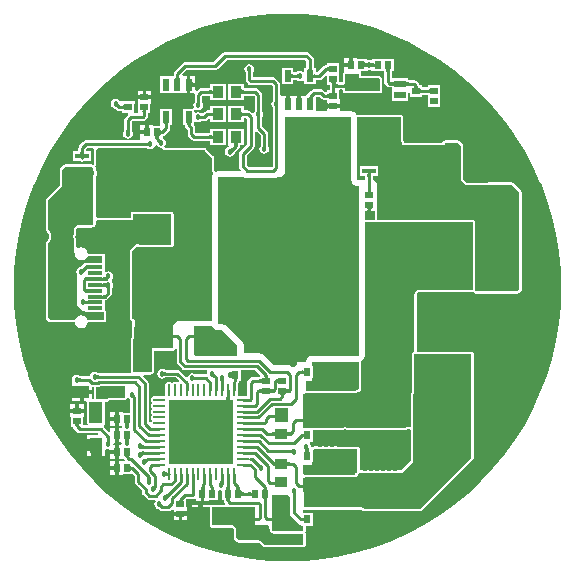
<source format=gbr>
G04 Layer_Physical_Order=4*
G04 Layer_Color=16711680*
%FSLAX25Y25*%
%MOIN*%
%TF.FileFunction,Copper,L4,Bot,Signal*%
%TF.Part,Single*%
G01*
G75*
%TA.AperFunction,SMDPad*%
%ADD10R,0.03661X0.03858*%
%ADD11C,0.01000*%
%TA.AperFunction,ConnectorPad*%
%ADD12C,0.44488*%
%TA.AperFunction,ViaPad*%
%ADD13R,0.00394X0.00394*%
%TA.AperFunction,ViaPad*%
%ADD14O,0.07087X0.04724*%
%TA.AperFunction,ViaPad*%
%ADD15O,0.07874X0.04724*%
%TA.AperFunction,ViaPad*%
%ADD16C,0.01800*%
%TA.AperFunction,SMDPad*%
%ADD52O,0.00984X0.04331*%
%TA.AperFunction,SMDPad*%
%ADD53O,0.04331X0.00984*%
%TA.AperFunction,SMDPad*%
%ADD54R,0.21260X0.21260*%
%TA.AperFunction,SMDPad*%
%ADD55R,0.02402X0.03110*%
%TA.AperFunction,SMDPad*%
%ADD56R,0.02402X0.02795*%
%TA.AperFunction,SMDPad*%
%ADD57R,0.16535X0.09449*%
%TA.AperFunction,SMDPad*%
%ADD58R,0.02402X0.03110*%
%TA.AperFunction,SMDPad*%
%ADD59R,0.03858X0.03661*%
%TA.AperFunction,SMDPad*%
%ADD60R,0.04449X0.07087*%
%TA.AperFunction,SMDPad*%
%ADD61R,0.02362X0.02559*%
%TA.AperFunction,SMDPad*%
%ADD62R,0.04567X0.05787*%
%TA.AperFunction,SMDPad*%
%ADD63R,0.02559X0.02362*%
%TA.AperFunction,SMDPad*%
%ADD64R,0.12598X0.09252*%
%TA.AperFunction,SMDPad*%
%ADD65R,0.04528X0.01772*%
%TA.AperFunction,SMDPad*%
%ADD66R,0.05787X0.04567*%
%TA.AperFunction,SMDPad*%
%ADD67R,0.04921X0.03937*%
%TA.AperFunction,SMDPad*%
%ADD68R,0.03937X0.04921*%
%TA.AperFunction,SMDPad*%
%ADD69R,0.05118X0.01181*%
%TA.AperFunction,SMDPad*%
%ADD70R,0.18701X0.12402*%
%TA.AperFunction,SMDPad*%
%ADD71R,0.03937X0.02362*%
%TA.AperFunction,SMDPad*%
%ADD72R,0.02362X0.03937*%
%ADD73C,0.01800*%
%ADD74C,0.03500*%
%ADD75R,0.16500X0.17000*%
G36*
X368170Y399774D02*
X374114Y399188D01*
X380006Y398216D01*
X385823Y396860D01*
X391538Y395126D01*
X397128Y393022D01*
X402568Y390557D01*
X407835Y387742D01*
X412907Y384588D01*
X417762Y381109D01*
X422378Y377320D01*
X426737Y373237D01*
X430820Y368878D01*
X434095Y364887D01*
X434609Y364262D01*
X437770Y359850D01*
X437892Y359680D01*
X438088Y359407D01*
X441242Y354335D01*
X444057Y349068D01*
X446522Y343628D01*
X446575Y343488D01*
X448626Y338038D01*
X450359Y332323D01*
X451716Y326506D01*
X452689Y320614D01*
X453274Y314670D01*
X453469Y308701D01*
X453274Y302731D01*
X452689Y296788D01*
X451716Y290895D01*
X450359Y285079D01*
X448626Y279363D01*
X446522Y273774D01*
X444057Y268334D01*
X441242Y263067D01*
X438088Y257995D01*
X434609Y253140D01*
X430820Y248523D01*
X426737Y244164D01*
X422378Y240081D01*
X417762Y236293D01*
X412907Y232814D01*
X407835Y229660D01*
X402568Y226845D01*
X397128Y224380D01*
X391538Y222276D01*
X385823Y220542D01*
X380006Y219186D01*
X378381Y218918D01*
X378331Y218960D01*
X374107Y218263D01*
X368167Y217678D01*
X362201Y217482D01*
X356235Y217678D01*
X350294Y218263D01*
X346798Y218840D01*
X346748Y218797D01*
X344395Y219186D01*
X338579Y220542D01*
X337639Y220827D01*
X332863Y222276D01*
X330939Y223000D01*
X329500Y223542D01*
X327274Y224380D01*
X321834Y226845D01*
X316566Y229660D01*
X313000Y231878D01*
D01*
X311495Y232814D01*
X306640Y236293D01*
X305077Y237576D01*
X304349Y238173D01*
X302023Y240081D01*
X297664Y244164D01*
X293581Y248523D01*
X289793Y253140D01*
X286403Y257871D01*
X286314Y257995D01*
X283160Y263067D01*
X280345Y268334D01*
X277880Y273774D01*
X277640Y274412D01*
X275776Y279363D01*
X275629Y279848D01*
X275741Y280500D01*
X275431D01*
X274042Y285079D01*
X272686Y290895D01*
X271713Y296788D01*
X271128Y302731D01*
X270932Y308701D01*
X271128Y314670D01*
X271713Y320614D01*
X272686Y326506D01*
X274042Y332323D01*
X275776Y338038D01*
X277798Y343411D01*
X277880Y343628D01*
X280345Y349068D01*
X281645Y351500D01*
X283160Y354335D01*
X286314Y359407D01*
X289793Y364262D01*
X293581Y368878D01*
X297664Y373237D01*
X302023Y377320D01*
X306640Y381109D01*
X307077Y381422D01*
X311391Y384514D01*
X311495Y384588D01*
X316566Y387742D01*
X321834Y390557D01*
X327274Y393022D01*
X332863Y395126D01*
X338579Y396860D01*
X344395Y398216D01*
X350288Y399188D01*
X356231Y399774D01*
X362201Y399969D01*
X368170Y399774D01*
D02*
G37*
%LPC*%
G36*
X291400Y269863D02*
X289721D01*
Y268282D01*
X291400D01*
Y269863D01*
D02*
G37*
G36*
X304727Y267280D02*
X303146D01*
Y265600D01*
X304727D01*
Y267280D01*
D02*
G37*
G36*
Y247900D02*
X303146D01*
Y246220D01*
X304727D01*
Y247900D01*
D02*
G37*
G36*
X294280Y269863D02*
X292600D01*
Y268282D01*
X294280D01*
Y269863D01*
D02*
G37*
G36*
X293093Y273400D02*
X291244D01*
Y272043D01*
X291209Y272083D01*
X291104Y272118D01*
X290929Y272149D01*
X290684Y272176D01*
X290232Y272198D01*
Y271031D01*
X293093D01*
Y273400D01*
D02*
G37*
G36*
X316779Y374354D02*
X315100D01*
Y372773D01*
X316779D01*
Y374354D01*
D02*
G37*
G36*
X313900D02*
X312221D01*
Y372773D01*
X313900D01*
Y374354D01*
D02*
G37*
G36*
X304727Y264400D02*
X303146D01*
Y262720D01*
X304727D01*
Y263421D01*
X304702Y263482D01*
X304647Y263573D01*
X304582Y263643D01*
X304507Y263692D01*
X304422Y263722D01*
X304327Y263733D01*
X304727D01*
Y264400D01*
D02*
G37*
G36*
X295532Y254291D02*
Y252732D01*
X296640D01*
X296583Y253709D01*
X296544Y253744D01*
X296509Y253877D01*
X296404Y253996D01*
X296229Y254101D01*
X295984Y254191D01*
X295669Y254268D01*
X295532Y254291D01*
D02*
G37*
G36*
X305000Y371682D02*
X304356Y371554D01*
X303810Y371190D01*
X303446Y370644D01*
X303323Y370027D01*
D01*
X303318Y370000D01*
X303446Y369356D01*
X303810Y368810D01*
X304356Y368446D01*
X304843Y368349D01*
X304882Y368315D01*
X305272Y367926D01*
X305685Y367649D01*
X306173Y367552D01*
X306943D01*
X306971Y367550D01*
Y366896D01*
X308939D01*
X309093Y366420D01*
X309093Y366396D01*
X308099Y365401D01*
X307822Y364988D01*
X307726Y364500D01*
Y361087D01*
X307723Y361058D01*
X307446Y360644D01*
X307318Y360000D01*
X307446Y359356D01*
X307810Y358810D01*
X308356Y358446D01*
X309000Y358318D01*
X309644Y358446D01*
X310190Y358810D01*
X310554Y359356D01*
X310682Y360000D01*
X310554Y360644D01*
X310279Y361057D01*
X310275Y361108D01*
Y363972D01*
X310528Y364226D01*
X314000D01*
X314488Y364322D01*
X314901Y364599D01*
X315401Y365099D01*
X315677Y365512D01*
X315774Y366000D01*
Y366872D01*
X315777Y366896D01*
X316529D01*
Y369992D01*
X316779D01*
Y371573D01*
X312221D01*
Y369992D01*
X312221D01*
X312471Y369742D01*
Y366896D01*
X312021Y366775D01*
X311479D01*
X311030Y366896D01*
X311030Y367274D01*
Y369992D01*
X311280D01*
Y370796D01*
X311030Y370758D01*
X311030Y370758D01*
X311030Y370758D01*
X306971D01*
X306971Y370758D01*
X306473Y370765D01*
X306190Y371190D01*
X305644Y371554D01*
X305000Y371682D01*
D02*
G37*
G36*
X297900Y255593D02*
X296544D01*
Y253744D01*
X297900D01*
Y255593D01*
D02*
G37*
G36*
X314727Y362779D02*
X313146D01*
Y361100D01*
X314727D01*
Y362779D01*
D02*
G37*
G36*
X304727Y250780D02*
X303146D01*
Y249100D01*
X304727D01*
Y249756D01*
X304327D01*
X304422Y249766D01*
X304507Y249796D01*
X304582Y249847D01*
X304647Y249917D01*
X304702Y250009D01*
X304727Y250070D01*
Y250780D01*
D02*
G37*
G36*
X347612Y361679D02*
X342451D01*
Y356321D01*
X342504D01*
X342781Y355821D01*
X342650Y355613D01*
X342356Y355554D01*
X341810Y355190D01*
X341446Y354644D01*
X341318Y354000D01*
X341446Y353356D01*
X341810Y352810D01*
X342356Y352446D01*
X343000Y352318D01*
X343644Y352446D01*
X344190Y352810D01*
X344554Y353356D01*
X344651Y353843D01*
X344685Y353882D01*
X345933Y355130D01*
X346209Y355544D01*
X346306Y356031D01*
Y356297D01*
X346308Y356321D01*
X347612D01*
Y361679D01*
D02*
G37*
G36*
X304727Y253400D02*
X303146D01*
Y251720D01*
X304727D01*
Y252421D01*
X304702Y252483D01*
X304647Y252572D01*
X304582Y252642D01*
X304507Y252693D01*
X304422Y252723D01*
X304327Y252732D01*
X304727D01*
Y253400D01*
D02*
G37*
G36*
X341549Y376679D02*
X336388D01*
Y375277D01*
X336364Y375274D01*
X333500D01*
X333012Y375178D01*
X332599Y374901D01*
X331921Y374224D01*
X331421Y374431D01*
Y375813D01*
X330944D01*
Y375783D01*
X330914Y375808D01*
X330906Y375813D01*
X330712D01*
X330650Y375788D01*
X330559Y375733D01*
X330488Y375668D01*
X330438Y375593D01*
X330407Y375508D01*
X330397Y375413D01*
Y375813D01*
X329840D01*
Y373445D01*
X330920D01*
X331237Y373058D01*
X331225Y373000D01*
Y370586D01*
X331223Y370558D01*
X330946Y370144D01*
X330818Y369500D01*
X330946Y368856D01*
X330980Y368805D01*
X330713Y368305D01*
X327309D01*
Y362868D01*
X327966D01*
Y362760D01*
X328063Y362272D01*
X328339Y361859D01*
X328869Y361328D01*
Y360403D01*
X328875Y360371D01*
Y359850D01*
X328973Y359362D01*
X329249Y358949D01*
X330099Y358099D01*
X330394Y357902D01*
X330512Y357822D01*
X331000Y357726D01*
X336364D01*
X336388Y357723D01*
Y356321D01*
X341549D01*
Y361679D01*
X336388D01*
Y360277D01*
X336364Y360275D01*
X331528D01*
X331424Y360378D01*
Y360397D01*
X331418Y360429D01*
Y361856D01*
X331321Y362344D01*
X331276Y362411D01*
X331171Y362868D01*
X331171Y362868D01*
X331171Y362868D01*
Y363802D01*
X331671Y364069D01*
X331856Y363946D01*
X332500Y363818D01*
X333144Y363946D01*
X333557Y364222D01*
X333608Y364226D01*
X334500D01*
X334988Y364322D01*
X335401Y364599D01*
X335888Y365085D01*
X336388Y364887D01*
Y363821D01*
X341549D01*
Y369179D01*
X336388D01*
Y367777D01*
X336364Y367775D01*
X335500D01*
X335012Y367677D01*
X334599Y367401D01*
X333972Y366775D01*
X333587D01*
X333558Y366777D01*
X333144Y367054D01*
X332500Y367182D01*
X331856Y367054D01*
X331671Y366931D01*
X331171Y367198D01*
Y367802D01*
X331671Y368069D01*
X331856Y367946D01*
X332500Y367818D01*
X333144Y367946D01*
X333690Y368310D01*
X334054Y368856D01*
X334182Y369500D01*
X334054Y370144D01*
X333779Y370557D01*
X333774Y370608D01*
Y372472D01*
X334028Y372726D01*
X336364D01*
X336388Y372723D01*
Y371321D01*
X341549D01*
Y376679D01*
D02*
G37*
G36*
X368500Y387275D02*
X341500D01*
X341012Y387177D01*
X340599Y386901D01*
X337472Y383774D01*
X328000D01*
X327512Y383678D01*
X327099Y383401D01*
X324599Y380901D01*
X324323Y380488D01*
X324225Y380000D01*
Y379159D01*
X324223Y379132D01*
X319829D01*
Y373695D01*
X327059D01*
Y373445D01*
X328640D01*
Y376413D01*
Y379382D01*
X327391D01*
X327184Y379882D01*
X328528Y381225D01*
X338000D01*
X338488Y381323D01*
X338901Y381599D01*
X342028Y384725D01*
X367972D01*
X368466Y384232D01*
Y381967D01*
X368464Y381943D01*
X367809D01*
Y380706D01*
X367680Y380610D01*
X367309Y380484D01*
X366868Y380779D01*
X366224Y380907D01*
X365581Y380779D01*
X365168Y380503D01*
X365116Y380499D01*
X364215D01*
X364191Y380501D01*
Y381943D01*
X360329D01*
Y376506D01*
X364191D01*
Y377948D01*
X364215Y377950D01*
X365138D01*
X365166Y377947D01*
X365581Y377670D01*
X366224Y377542D01*
X366868Y377670D01*
X367309Y377965D01*
X367680Y377838D01*
X367809Y377743D01*
Y376506D01*
X371671D01*
Y377948D01*
X371695Y377950D01*
X372724D01*
X373212Y378047D01*
X373626Y378323D01*
X374971Y379668D01*
X375470Y379461D01*
Y376396D01*
X376223D01*
X376225Y376372D01*
Y374628D01*
X376223Y374604D01*
X375470D01*
Y373950D01*
X375447Y373948D01*
X374855D01*
X374401Y374401D01*
X373988Y374677D01*
X373500Y374775D01*
X371000D01*
X370512Y374677D01*
X370099Y374401D01*
X368839Y373141D01*
X368659Y372872D01*
X368181Y372744D01*
Y372744D01*
X368181Y372744D01*
X366600D01*
Y372035D01*
X366625Y371973D01*
X366680Y371882D01*
X366745Y371811D01*
X366820Y371761D01*
X366905Y371730D01*
X367000Y371720D01*
X366600D01*
Y369776D01*
X365400D01*
Y371720D01*
X365000D01*
X365095Y371730D01*
X365180Y371761D01*
X365255Y371811D01*
X365320Y371882D01*
X365375Y371973D01*
X365400Y372035D01*
Y372744D01*
X362860D01*
Y372035D01*
X362885Y371973D01*
X362940Y371882D01*
X363005Y371811D01*
X363080Y371761D01*
X363165Y371730D01*
X363260Y371720D01*
X362860D01*
Y369776D01*
X361660D01*
Y371720D01*
X361260D01*
X361355Y371730D01*
X361440Y371761D01*
X361515Y371811D01*
X361580Y371882D01*
X361635Y371973D01*
X361660Y372035D01*
Y372744D01*
X360079D01*
X359774Y373118D01*
Y376500D01*
X359678Y376988D01*
X359401Y377401D01*
X358401Y378401D01*
X357988Y378678D01*
X357500Y378774D01*
X350775D01*
Y380414D01*
X350777Y380442D01*
X351054Y380856D01*
X351182Y381500D01*
X351054Y382144D01*
X350690Y382690D01*
X350144Y383054D01*
X349500Y383182D01*
X348856Y383054D01*
X348310Y382690D01*
X347946Y382144D01*
X347818Y381500D01*
X347946Y380856D01*
X348221Y380443D01*
X348225Y380392D01*
Y378000D01*
X348323Y377512D01*
X348599Y377099D01*
X349099Y376599D01*
X349512Y376323D01*
X350000Y376225D01*
X356972D01*
X357225Y375972D01*
Y371087D01*
X357223Y371058D01*
X356946Y370644D01*
X356818Y370000D01*
X356946Y369356D01*
X357222Y368943D01*
X357225Y368892D01*
Y349225D01*
X357000Y349000D01*
X349302D01*
X348624Y349678D01*
Y352822D01*
X350901Y355099D01*
X351178Y355512D01*
X351274Y356000D01*
Y360716D01*
X351775Y360923D01*
X353225Y359472D01*
Y356086D01*
X353223Y356058D01*
X352946Y355644D01*
X352818Y355000D01*
X352946Y354356D01*
X353310Y353810D01*
X353856Y353446D01*
X354500Y353318D01*
X355144Y353446D01*
X355690Y353810D01*
X356054Y354356D01*
X356182Y355000D01*
X356054Y355644D01*
X355779Y356057D01*
X355774Y356108D01*
Y360000D01*
X355678Y360488D01*
X355401Y360901D01*
X353774Y362528D01*
Y365413D01*
X353777Y365442D01*
X354054Y365856D01*
X354182Y366500D01*
X354054Y367144D01*
X353779Y367557D01*
X353774Y367608D01*
Y373000D01*
X353678Y373488D01*
X353401Y373901D01*
X352401Y374901D01*
X351988Y375178D01*
X351500Y375274D01*
X347636D01*
X347612Y375277D01*
Y376679D01*
X342451D01*
Y371321D01*
X347612D01*
Y372723D01*
X347636Y372726D01*
X350972D01*
X351225Y372472D01*
Y367586D01*
X351223Y367558D01*
X350946Y367144D01*
X350933Y367077D01*
X350390Y366913D01*
X349901Y367401D01*
X349488Y367677D01*
X349000Y367775D01*
X347636D01*
X347612Y367777D01*
Y369179D01*
X342451D01*
Y363821D01*
X347612D01*
Y365223D01*
X347636Y365226D01*
X348472D01*
X348726Y364972D01*
Y356528D01*
X346449Y354251D01*
X346172Y353838D01*
X346076Y353350D01*
Y349150D01*
X346172Y348662D01*
X346449Y348249D01*
X346696Y348001D01*
X346505Y347539D01*
X339240D01*
X339043Y347500D01*
X338842Y347500D01*
X338675Y347467D01*
X338675Y347467D01*
X338675D01*
X338489Y347390D01*
X338460Y347384D01*
X338435Y347367D01*
X338331Y347357D01*
X338032Y347415D01*
X337939Y347443D01*
X337772Y347623D01*
X337765Y347659D01*
Y351925D01*
X337750Y351999D01*
X337750Y352074D01*
X337721Y352144D01*
X337706Y352217D01*
X337704Y352221D01*
X337654Y352342D01*
X337654Y352342D01*
X337653Y352346D01*
X337611Y352409D01*
X337582Y352478D01*
X337529Y352532D01*
X337488Y352594D01*
X335094Y354988D01*
X335031Y355030D01*
X334978Y355083D01*
X334908Y355112D01*
X334846Y355153D01*
X334842Y355154D01*
X334721Y355204D01*
X334717Y355206D01*
X334644Y355221D01*
X334574Y355250D01*
X334499Y355250D01*
X334425Y355265D01*
X321273D01*
X321121Y355765D01*
X321190Y355810D01*
X321554Y356356D01*
X321682Y357000D01*
X321554Y357644D01*
X321190Y358190D01*
X320644Y358554D01*
X320604Y358562D01*
Y359246D01*
D01*
X320988Y359323D01*
X321401Y359599D01*
X321482Y359680D01*
X322661Y360859D01*
X322937Y361272D01*
X323034Y361760D01*
Y361787D01*
Y362844D01*
X323036Y362868D01*
X323691D01*
Y368305D01*
X319829D01*
Y362868D01*
X319469Y362529D01*
X317508D01*
Y362779D01*
X315927D01*
Y360500D01*
X315327D01*
Y359900D01*
X313146D01*
Y358221D01*
X313146Y358221D01*
X313146D01*
X313146Y358220D01*
X313015Y357774D01*
X295000D01*
X294512Y357678D01*
X294099Y357401D01*
X292839Y356141D01*
X292563Y355728D01*
X292466Y355240D01*
Y354160D01*
X292464Y354136D01*
X290726D01*
Y350864D01*
X293190D01*
X293252Y350822D01*
X293740Y350726D01*
X294228Y350822D01*
X294290Y350864D01*
X296754D01*
Y354136D01*
X295017D01*
X295015Y354160D01*
Y354712D01*
X295528Y355225D01*
X297385D01*
X297631Y355064D01*
X297657Y355033D01*
X297675Y355006D01*
X297797Y354755D01*
X297795Y354726D01*
X297795Y354726D01*
X297794Y354719D01*
Y354719D01*
X297765Y354649D01*
X297750Y354574D01*
Y354499D01*
X297735Y354425D01*
Y350018D01*
X297734Y350013D01*
X297685Y349964D01*
X297640Y349896D01*
X297293Y349707D01*
X297000Y349765D01*
X288075D01*
X288001Y349750D01*
X287926Y349750D01*
X287857Y349736D01*
X287787Y349707D01*
X287783Y349707D01*
X287779Y349704D01*
X287658Y349654D01*
X287654Y349653D01*
X287650Y349651D01*
X287581Y349622D01*
X287522Y349583D01*
X287469Y349529D01*
X287406Y349487D01*
X286512Y348594D01*
X286471Y348531D01*
X286417Y348478D01*
X286378Y348419D01*
X286349Y348349D01*
X286347Y348346D01*
X286346Y348342D01*
X286296Y348221D01*
X286294Y348217D01*
X286293Y348213D01*
X286264Y348144D01*
X286250Y348074D01*
Y347999D01*
X286235Y347925D01*
Y343000D01*
Y342817D01*
X284459Y341041D01*
X284459Y341041D01*
X282013Y338594D01*
X281971Y338531D01*
X281917Y338478D01*
X281878Y338419D01*
X281849Y338350D01*
X281847Y338346D01*
X281846Y338342D01*
X281796Y338221D01*
X281793Y338217D01*
X281793Y338213D01*
X281764Y338143D01*
X281750Y338074D01*
Y337999D01*
X281735Y337925D01*
Y327967D01*
X281740Y327942D01*
Y327893D01*
X281750Y327843D01*
Y327817D01*
X281755Y327793D01*
X281761Y327779D01*
X281766Y327695D01*
X281788Y327650D01*
X281798Y327600D01*
X281845Y327530D01*
X281849Y327516D01*
X281860Y327493D01*
X281876Y327473D01*
X281898Y327427D01*
X281928Y327388D01*
X281928Y327388D01*
X281939Y327366D01*
X282302Y326893D01*
X282539Y326322D01*
X282620Y325709D01*
X282539Y325096D01*
X282302Y324525D01*
X281939Y324051D01*
X281928Y324029D01*
X281898Y323990D01*
X281876Y323945D01*
X281860Y323924D01*
X281849Y323902D01*
X281845Y323887D01*
X281798Y323817D01*
X281788Y323768D01*
X281766Y323723D01*
X281761Y323639D01*
X281755Y323624D01*
X281750Y323600D01*
Y323574D01*
X281740Y323525D01*
Y323475D01*
X281735Y323451D01*
Y313000D01*
Y298575D01*
X281750Y298501D01*
Y298426D01*
X281764Y298357D01*
X281793Y298287D01*
X281793Y298283D01*
X281796Y298279D01*
X281846Y298158D01*
X281847Y298154D01*
X281849Y298150D01*
X281878Y298081D01*
X281917Y298022D01*
X281971Y297969D01*
X282013Y297906D01*
X282406Y297513D01*
X282469Y297471D01*
X282522Y297417D01*
X282581Y297378D01*
X282650Y297349D01*
X282654Y297347D01*
X282658Y297346D01*
X282779Y297296D01*
X282783Y297293D01*
X282787Y297293D01*
X282856Y297264D01*
X282926Y297250D01*
X283001D01*
X283075Y297235D01*
X291289D01*
X291437Y296493D01*
X291907Y295789D01*
X292611Y295318D01*
X293441Y295153D01*
X294271Y295318D01*
X294975Y295789D01*
X295445Y296493D01*
X295600Y297269D01*
X300925D01*
X300998Y297283D01*
X301074D01*
X301137Y297296D01*
X301198Y297321D01*
X301396D01*
Y297403D01*
X301412Y297410D01*
X301623Y297621D01*
X301700Y297807D01*
X301707Y297816D01*
X301709Y297827D01*
X301737Y297897D01*
X301750Y297959D01*
Y298035D01*
X301765Y298109D01*
Y300395D01*
X301750Y300469D01*
X301750Y300544D01*
X301737Y300610D01*
X301737Y300611D01*
Y300611D01*
X301708Y300680D01*
X301707Y300688D01*
X301702Y300694D01*
X301686Y300733D01*
X301680Y300763D01*
X301663Y300788D01*
X301623Y300886D01*
X301623Y300886D01*
X301622Y300887D01*
X301547Y300962D01*
X301514Y301011D01*
X301465Y301044D01*
X301412Y301097D01*
X301412Y301097D01*
X301411Y301097D01*
X301398Y301106D01*
X301396Y301107D01*
Y304503D01*
X301735Y304570D01*
X302149Y304847D01*
X303401Y306099D01*
X303678Y306512D01*
X303774Y307000D01*
Y308414D01*
X303777Y308442D01*
X304054Y308856D01*
X304182Y309500D01*
X304054Y310144D01*
X303690Y310690D01*
X303599Y310750D01*
Y311250D01*
X303690Y311310D01*
X304054Y311856D01*
X304182Y312500D01*
X304054Y313144D01*
X303690Y313690D01*
X303144Y314054D01*
X302500Y314182D01*
X301896Y314062D01*
X301724Y314078D01*
X301396Y314348D01*
Y316931D01*
X301395D01*
Y320081D01*
X295610D01*
X295445Y320909D01*
X294975Y321613D01*
X294271Y322083D01*
X293441Y322248D01*
X292611Y322083D01*
X292265Y321852D01*
X291765Y322119D01*
Y324630D01*
X291750Y324704D01*
Y324779D01*
X291721Y324924D01*
X291692Y324994D01*
X291678Y325067D01*
X291666Y325096D01*
X291585Y325709D01*
X291666Y326322D01*
X291678Y326350D01*
X291692Y326424D01*
X291721Y326494D01*
X291750Y326639D01*
Y326714D01*
X291765Y326788D01*
Y328183D01*
X292317Y328735D01*
X296925D01*
X296999Y328750D01*
X297074D01*
X297143Y328764D01*
X297213Y328793D01*
X297217Y328794D01*
X297221Y328796D01*
X297342Y328846D01*
X297346Y328847D01*
X297350Y328849D01*
X297419Y328878D01*
X297478Y328917D01*
X297531Y328971D01*
X297594Y329012D01*
X297988Y329406D01*
X298029Y329469D01*
X298083Y329522D01*
X298122Y329581D01*
X298151Y329650D01*
X298153Y329654D01*
X298154Y329658D01*
X298204Y329779D01*
X298206Y329783D01*
X298207Y329787D01*
X298236Y329856D01*
X298250Y329926D01*
Y330001D01*
X298265Y330075D01*
Y330852D01*
X298335Y330993D01*
X298341Y331002D01*
X298641Y331227D01*
X298690Y331252D01*
X298766Y331252D01*
X298836Y331238D01*
X298914D01*
X298929Y331235D01*
X311907D01*
X311949Y331244D01*
X311981D01*
X312012Y331250D01*
X312056D01*
X312098Y331258D01*
X312141Y331263D01*
X312182Y331277D01*
X312214Y331280D01*
X312245Y331290D01*
X312287Y331295D01*
X312685Y331422D01*
X312713Y331438D01*
X312743Y331444D01*
X312799Y331481D01*
X312861Y331505D01*
X312899Y331542D01*
X312945Y331567D01*
X312965Y331592D01*
X312991Y331610D01*
X313029Y331665D01*
X313077Y331712D01*
X313098Y331760D01*
X313131Y331801D01*
X313140Y331832D01*
X313157Y331858D01*
X313170Y331924D01*
X313197Y331985D01*
X313197Y331985D01*
X313198Y332037D01*
X313213Y332088D01*
X313209Y332119D01*
X313215Y332151D01*
Y332982D01*
X323500D01*
Y322995D01*
X312965D01*
X312913Y323005D01*
X312893D01*
X312877Y323019D01*
X312873Y323022D01*
X312841Y323032D01*
X312837Y323036D01*
X312816Y323044D01*
X312779Y323068D01*
X312742Y323083D01*
X312665Y323099D01*
X312652Y323104D01*
X312648Y323107D01*
X312628Y323114D01*
X312606Y323117D01*
X312555Y323134D01*
X312502Y323142D01*
X312482Y323149D01*
X312087Y323204D01*
X312062Y323202D01*
X312058Y323204D01*
X312027Y323202D01*
X311982Y323211D01*
X311952D01*
X311857Y323192D01*
X311760Y323187D01*
X311712Y323163D01*
X311660Y323153D01*
X311579Y323099D01*
X311491Y323057D01*
X311468Y323039D01*
X311437Y323004D01*
X311411Y322987D01*
X311409Y322984D01*
X311388Y322970D01*
X310013Y321594D01*
X309971Y321531D01*
X309917Y321478D01*
X309878Y321419D01*
X309849Y321350D01*
X309847Y321346D01*
X309846Y321342D01*
X309796Y321221D01*
X309793Y321217D01*
X309793Y321213D01*
X309764Y321144D01*
X309750Y321074D01*
Y320999D01*
X309735Y320925D01*
Y308000D01*
Y298469D01*
X309750Y298395D01*
Y298320D01*
X309763Y298257D01*
X309791Y298187D01*
X309793Y298176D01*
X309800Y298167D01*
X309877Y297981D01*
X310088Y297770D01*
X310363Y297656D01*
X310471Y297635D01*
Y292546D01*
X310457Y292476D01*
X310417Y292417D01*
X310000Y292000D01*
Y281548D01*
Y280275D01*
X299086D01*
X299058Y280277D01*
X298704Y280514D01*
X298644Y280554D01*
X298000Y280682D01*
X297356Y280554D01*
X297296Y280514D01*
X296810Y280190D01*
X296446Y279644D01*
X296357Y279195D01*
X295959Y279275D01*
X293087D01*
X293058Y279277D01*
X292644Y279554D01*
X292000Y279682D01*
X291356Y279554D01*
X290810Y279190D01*
X290446Y278644D01*
X290318Y278000D01*
X290423Y277468D01*
X290232Y276969D01*
X290232D01*
X290232Y276969D01*
D01*
X290232Y276969D01*
D01*
Y275860D01*
X291209Y275917D01*
X291244Y275957D01*
Y274600D01*
X297153D01*
Y275575D01*
X297673D01*
X297735Y275500D01*
Y271901D01*
X297235Y271546D01*
X297153Y271575D01*
Y273400D01*
X294293D01*
Y271031D01*
X294898D01*
X295242Y270532D01*
X295235Y270500D01*
Y264000D01*
X295235Y264000D01*
X295293Y263707D01*
X295459Y263459D01*
X295644Y263275D01*
X295437Y262774D01*
X294029D01*
Y265501D01*
X294280D01*
Y267082D01*
X289721D01*
Y265501D01*
X289970D01*
Y262405D01*
X290744D01*
X290823Y262012D01*
X291099Y261599D01*
X292099Y260599D01*
X292512Y260322D01*
X293000Y260226D01*
X299086D01*
X299135Y260154D01*
X298867Y259653D01*
X295532D01*
Y258095D01*
X295669Y258118D01*
X295984Y258194D01*
X296229Y258285D01*
X296404Y258390D01*
X296509Y258509D01*
X296544Y258642D01*
Y256793D01*
X298500D01*
Y256193D01*
X299100D01*
Y253744D01*
X300457D01*
X300417Y253709D01*
X300382Y253604D01*
X300351Y253429D01*
X300324Y253184D01*
X300303Y252732D01*
X301468D01*
Y254378D01*
Y254649D01*
X301969Y254923D01*
X302500Y254818D01*
X302646Y254847D01*
X302946Y254600D01*
X304727D01*
Y255256D01*
X304327D01*
X304422Y255266D01*
X304507Y255296D01*
X304582Y255347D01*
X304647Y255417D01*
X304702Y255508D01*
X304727Y255570D01*
Y256279D01*
X304363D01*
X304182Y256500D01*
X304138Y256720D01*
X304549Y257221D01*
X304727D01*
Y257921D01*
X304702Y257982D01*
X304647Y258072D01*
X304582Y258142D01*
X304507Y258192D01*
X304422Y258223D01*
X304327Y258232D01*
X304727D01*
Y259500D01*
Y260755D01*
X304327D01*
X304422Y260766D01*
X304507Y260796D01*
X304582Y260847D01*
X304647Y260917D01*
X304702Y261009D01*
X304727Y261070D01*
Y261779D01*
X303146D01*
Y260810D01*
X302684Y260619D01*
X300956Y262347D01*
X300949Y262366D01*
X300941Y262612D01*
D01*
X301003Y262934D01*
X301041Y262959D01*
X301206Y263207D01*
X301265Y263500D01*
Y270500D01*
X301728Y270735D01*
X302000D01*
X302000Y270735D01*
X302293Y270794D01*
X302541Y270959D01*
X302817Y271235D01*
X308000D01*
X308232Y271282D01*
X308518D01*
Y271444D01*
X308541Y271459D01*
X308706Y271707D01*
X308723Y271790D01*
X309254Y271895D01*
X309310Y271810D01*
X309830Y271463D01*
Y267030D01*
X307508D01*
Y267280D01*
X305927D01*
Y265000D01*
Y263733D01*
X306327D01*
X306232Y263722D01*
X306147Y263692D01*
X306072Y263643D01*
X306007Y263573D01*
X305952Y263482D01*
X305927Y263421D01*
Y262720D01*
X306899D01*
X307059Y262265D01*
X306730Y261779D01*
X305927D01*
Y261070D01*
X305952Y261009D01*
X306007Y260917D01*
X306072Y260847D01*
X306147Y260796D01*
X306232Y260766D01*
X306327Y260755D01*
X305927D01*
Y259500D01*
Y258232D01*
X306327D01*
X306232Y258223D01*
X306147Y258192D01*
X306072Y258142D01*
X306007Y258072D01*
X305952Y257982D01*
X305927Y257921D01*
Y257221D01*
X306810D01*
X306991Y257000D01*
X307035Y256780D01*
X306624Y256279D01*
X305927D01*
Y255570D01*
X305952Y255508D01*
X306007Y255417D01*
X306072Y255347D01*
X306147Y255296D01*
X306232Y255266D01*
X306327Y255256D01*
X305927D01*
Y254000D01*
Y252732D01*
X306327D01*
X306232Y252723D01*
X306147Y252693D01*
X306072Y252642D01*
X306007Y252572D01*
X305952Y252483D01*
X305927Y252421D01*
Y251720D01*
X307508D01*
Y251625D01*
X307756Y251449D01*
X307772Y251426D01*
X308054Y251143D01*
X307808Y250683D01*
X307508Y250742D01*
Y250780D01*
X305927D01*
Y250070D01*
X305952Y250009D01*
X306007Y249917D01*
X306072Y249847D01*
X306147Y249796D01*
X306232Y249766D01*
X306327Y249756D01*
X305927D01*
Y248500D01*
Y246220D01*
X307508D01*
Y246470D01*
X310604D01*
X310604Y246470D01*
Y246470D01*
X310987Y246211D01*
X311226Y245972D01*
Y244000D01*
X311322Y243512D01*
X311540Y243187D01*
X311599Y243099D01*
X313725Y240972D01*
Y240500D01*
X313823Y240012D01*
X314099Y239599D01*
X315249Y238449D01*
X315662Y238173D01*
X316150Y238075D01*
X318013D01*
X318094Y237970D01*
X318183Y237720D01*
X318234Y237576D01*
X317946Y237144D01*
X317818Y236500D01*
X317946Y235856D01*
X318310Y235310D01*
X318856Y234946D01*
X319343Y234849D01*
X319382Y234815D01*
X319599Y234599D01*
X320012Y234323D01*
X320500Y234226D01*
X322525D01*
X323013Y234323D01*
X323427Y234599D01*
X323759Y234931D01*
X324220Y234739D01*
Y233927D01*
X327767D01*
Y234496D01*
X327778Y234464D01*
X327807Y234435D01*
X327857Y234410D01*
X327927Y234388D01*
X328017Y234369D01*
X328128Y234354D01*
X328408Y234333D01*
X328767Y234327D01*
Y233927D01*
X328780D01*
Y235420D01*
Y235508D01*
X328530D01*
Y237204D01*
Y238226D01*
X330500D01*
X330988Y238322D01*
X331146Y238428D01*
X331646Y238161D01*
Y237720D01*
X331646D01*
D01*
X333227D01*
Y238451D01*
X333202Y238506D01*
X333147Y238588D01*
X333082Y238651D01*
X333007Y238696D01*
X332922Y238723D01*
X332827Y238733D01*
X333227D01*
Y240000D01*
X334427D01*
Y238733D01*
X334827D01*
X334732Y238723D01*
X334647Y238696D01*
X334572Y238651D01*
X334507Y238588D01*
X334452Y238506D01*
X334427Y238451D01*
Y237720D01*
X336008D01*
Y237970D01*
X339104D01*
Y241058D01*
X339604Y241396D01*
X340000Y241318D01*
X340009Y241319D01*
X340396Y241002D01*
Y237970D01*
X341050D01*
X341052Y237947D01*
Y237673D01*
X341149Y237186D01*
X341426Y236772D01*
X341471Y236727D01*
X341280Y236265D01*
X337000D01*
X336949Y236255D01*
X336779Y236394D01*
Y236394D01*
X334096D01*
Y235500D01*
X336235D01*
Y229500D01*
X336294Y229207D01*
X336459Y228959D01*
X336471Y228952D01*
Y228856D01*
X336613D01*
X336707Y228794D01*
X336949Y228745D01*
X337000Y228735D01*
X343683D01*
X344235Y228183D01*
Y225500D01*
X344235Y225500D01*
X344293Y225207D01*
X344459Y224959D01*
X344459Y224959D01*
X345407Y224012D01*
X345479Y223963D01*
X345528Y223914D01*
X345581Y223879D01*
X345645Y223852D01*
X345655Y223846D01*
X345660Y223844D01*
X345672Y223842D01*
X345725Y223819D01*
X345857Y223765D01*
X345931Y223750D01*
X346006D01*
X346080Y223735D01*
X347000D01*
Y223684D01*
X350162D01*
X350162Y223684D01*
X350162Y223684D01*
X352662D01*
X353923Y222423D01*
X353923Y222423D01*
X354188Y222246D01*
X354500Y222184D01*
X354500Y222184D01*
X367420D01*
X367498Y222200D01*
X367579D01*
X367646Y222213D01*
X367720Y222244D01*
X367732Y222246D01*
X367742Y222253D01*
X367940Y222335D01*
X368075Y222470D01*
X368165Y222560D01*
X368165Y222560D01*
X368165Y222560D01*
X368247Y222758D01*
X368254Y222768D01*
X368256Y222780D01*
X368287Y222854D01*
Y222854D01*
X368287Y222854D01*
X368300Y222921D01*
Y223002D01*
X368316Y223080D01*
Y226604D01*
X368300Y226683D01*
Y226763D01*
X368284Y226843D01*
X368253Y226918D01*
X368238Y226996D01*
X368193Y227063D01*
X368184Y227084D01*
X368254Y227188D01*
X368316Y227500D01*
Y229232D01*
X370706D01*
Y233627D01*
X367500D01*
Y234500D01*
X367881Y234881D01*
X367986D01*
X368188Y234746D01*
X368500Y234684D01*
X368500Y234684D01*
X387000D01*
Y234658D01*
X387055Y234575D01*
X387108Y234522D01*
X387150Y234459D01*
X387213Y234417D01*
X387266Y234364D01*
X387336Y234335D01*
X387399Y234294D01*
X387472Y234279D01*
X387542Y234250D01*
X387617D01*
X387691Y234235D01*
X406500D01*
X406793Y234294D01*
X407041Y234459D01*
X413541Y240959D01*
X424041Y251459D01*
X424206Y251707D01*
X424265Y252000D01*
Y275500D01*
Y286500D01*
X424206Y286793D01*
X424100Y286951D01*
Y287297D01*
X405265D01*
Y306683D01*
X405817Y307235D01*
X424000D01*
X424174Y307270D01*
X424224Y307195D01*
X424459Y306959D01*
X424707Y306793D01*
X425000Y306735D01*
X438847D01*
X439139Y306793D01*
X439387Y306959D01*
X440041Y307613D01*
X440206Y307861D01*
X440265Y308153D01*
Y320000D01*
Y324000D01*
Y329500D01*
Y340425D01*
X440250Y340498D01*
X440250Y340574D01*
X440236Y340643D01*
X440207Y340713D01*
X440206Y340717D01*
X440204Y340721D01*
X440154Y340842D01*
X440153Y340846D01*
X440151Y340849D01*
X440122Y340919D01*
D01*
X440122Y340919D01*
X440086Y340973D01*
X440083Y340978D01*
X440029Y341031D01*
X439988Y341094D01*
X437643Y343439D01*
X437594Y343488D01*
X437531Y343529D01*
X437478Y343583D01*
X437419Y343622D01*
X437350Y343651D01*
X437346Y343653D01*
X437342Y343654D01*
X437221Y343704D01*
D01*
X437217Y343706D01*
X437213Y343707D01*
X437144Y343736D01*
X437074Y343750D01*
X436999D01*
X436925Y343765D01*
X429144D01*
X428995Y343735D01*
X422005D01*
X421856Y343765D01*
X421817D01*
X421144Y344437D01*
X420765Y344817D01*
X420765Y344817D01*
Y350000D01*
Y355925D01*
X420750Y355998D01*
X420750Y356053D01*
Y356074D01*
X420736Y356143D01*
X420707Y356213D01*
X420707Y356217D01*
X420704Y356221D01*
X420663Y356321D01*
X420654Y356342D01*
X420653Y356346D01*
X420651Y356349D01*
X420622Y356419D01*
X420583Y356478D01*
X420529Y356531D01*
X420487Y356594D01*
X419594Y357488D01*
X419531Y357529D01*
X419478Y357583D01*
X419419Y357622D01*
X419349Y357651D01*
X419346Y357653D01*
X419342Y357654D01*
X419221Y357704D01*
X419217Y357706D01*
X419213Y357707D01*
X419143Y357736D01*
X419074Y357750D01*
X418999D01*
X418925Y357765D01*
X414549D01*
X414257Y357706D01*
X414009Y357541D01*
X413843Y357293D01*
X413785Y357000D01*
Y356995D01*
X401216D01*
Y357049D01*
X401157Y357342D01*
X400991Y357590D01*
X400864Y357718D01*
X400831Y357739D01*
X400778Y357793D01*
X400728Y357826D01*
X400715Y357835D01*
D01*
Y365425D01*
X400701Y365499D01*
Y365574D01*
X400688Y365637D01*
X400660Y365706D01*
X400657Y365717D01*
X400651Y365727D01*
X400574Y365912D01*
X400363Y366123D01*
X400177Y366200D01*
X400168Y366207D01*
X400157Y366209D01*
X400087Y366237D01*
X400025Y366250D01*
X399949D01*
X399875Y366265D01*
X385575D01*
X385548Y366259D01*
X385500D01*
X385454Y366250D01*
X385426D01*
X385411Y366247D01*
X385398Y366245D01*
X385398Y366245D01*
X385345Y366280D01*
X385133Y366598D01*
X385093Y366638D01*
X385097Y366652D01*
X384903Y366942D01*
X384241Y367384D01*
X383461Y367539D01*
X381201D01*
X381071Y367673D01*
Y367539D01*
X379780D01*
Y368727D01*
X376244D01*
Y368327D01*
X376235Y368422D01*
X376208Y368507D01*
X376162Y368582D01*
X376098Y368647D01*
X376015Y368702D01*
X375989Y368713D01*
X375970Y368697D01*
Y368722D01*
X375959Y368727D01*
X375220D01*
Y367539D01*
X371671D01*
Y372225D01*
X372972D01*
X373426Y371772D01*
X373839Y371496D01*
X374327Y371399D01*
X375220D01*
Y369927D01*
X375959D01*
X375970Y369932D01*
Y369957D01*
X375989Y369940D01*
X376015Y369952D01*
X376098Y370007D01*
X376162Y370072D01*
X376208Y370147D01*
X376235Y370232D01*
X376244Y370327D01*
Y369927D01*
X379780D01*
Y371508D01*
X379780D01*
X379530Y371758D01*
Y374604D01*
X379966Y374757D01*
X380143D01*
X380587Y374584D01*
X380613Y374442D01*
X380637Y374301D01*
X380640Y374296D01*
X380641Y374291D01*
X380719Y374170D01*
X380796Y374048D01*
X380801Y374045D01*
X380803Y374041D01*
X381152Y373682D01*
X381157Y373679D01*
X381160Y373675D01*
X381279Y373595D01*
X381321Y373566D01*
Y373451D01*
X386679D01*
Y373485D01*
Y373500D01*
X392902D01*
X393195Y373558D01*
X393443Y373724D01*
X393609Y373972D01*
X393706Y374207D01*
X393765Y374500D01*
Y378146D01*
X393706Y378439D01*
X393541Y378687D01*
X393187Y379041D01*
X392939Y379206D01*
X392646Y379265D01*
X386765D01*
Y380000D01*
X386706Y380293D01*
X386588Y380470D01*
X386667Y380753D01*
X386798Y380971D01*
X388604D01*
Y381058D01*
X389104Y381396D01*
X389500Y381318D01*
X389896Y381396D01*
X390396Y381058D01*
Y380971D01*
X394396D01*
X394399Y380943D01*
Y377327D01*
X394496Y376839D01*
X394772Y376426D01*
X395359Y375839D01*
X395772Y375563D01*
X396260Y375466D01*
X396982D01*
X397006Y375464D01*
Y371441D01*
Y371069D01*
X402443D01*
Y373500D01*
X402971D01*
Y372242D01*
X407029D01*
Y372896D01*
X407057Y372899D01*
X408947D01*
X408970Y372897D01*
Y368896D01*
X413029D01*
Y370817D01*
Y372242D01*
Y376104D01*
X408970D01*
Y375450D01*
X408947Y375448D01*
X407057D01*
X407029Y375450D01*
Y376104D01*
X406254D01*
X406178Y376488D01*
X405901Y376901D01*
X405161Y377641D01*
X404748Y377918D01*
X404260Y378015D01*
X402470D01*
X402443Y378017D01*
Y378671D01*
X397006D01*
X396948Y379147D01*
Y380943D01*
X396950Y380971D01*
X397604D01*
Y385030D01*
X390396D01*
Y384942D01*
X389896Y384604D01*
X389500Y384682D01*
X389104Y384604D01*
X388604Y384942D01*
Y385030D01*
X385508D01*
Y385279D01*
X383927D01*
Y384684D01*
X383957D01*
X383932Y384655D01*
X383927Y384646D01*
Y384570D01*
X383952Y384508D01*
X384007Y384417D01*
X384072Y384347D01*
X384147Y384296D01*
X384232Y384266D01*
X384327Y384256D01*
X383927D01*
Y383000D01*
X383327D01*
Y382400D01*
X381146D01*
Y380720D01*
X380974Y380555D01*
X380974Y380555D01*
X380959Y380541D01*
X380882Y380425D01*
X380802Y380312D01*
X380799Y380301D01*
X380793Y380293D01*
X380766Y380156D01*
X380736Y380021D01*
X380661Y377306D01*
X379530D01*
Y379742D01*
Y383604D01*
X375470D01*
Y382950D01*
X375443Y382948D01*
X375173D01*
X374686Y382851D01*
X374272Y382574D01*
X372197Y380499D01*
X371695D01*
X371671Y380501D01*
Y381943D01*
X371017D01*
X371015Y381967D01*
Y384760D01*
X370918Y385248D01*
X370641Y385661D01*
X369401Y386901D01*
X368988Y387177D01*
X368500Y387275D01*
D02*
G37*
G36*
X332896Y236394D02*
X330213D01*
Y235500D01*
X332281D01*
X332320Y235542D01*
X332375Y235632D01*
X332420Y235742D01*
X332455Y235872D01*
X332480Y236022D01*
X332495Y236192D01*
X332500Y236382D01*
X332896D01*
Y236394D01*
D02*
G37*
G36*
X331421Y379382D02*
X329840D01*
Y377013D01*
X330397D01*
Y377413D01*
X330407Y377318D01*
X330438Y377233D01*
X330488Y377158D01*
X330559Y377093D01*
X330650Y377038D01*
X330712Y377013D01*
X330906D01*
X330914Y377019D01*
X330944Y377043D01*
Y377013D01*
X331421D01*
Y379382D01*
D02*
G37*
G36*
X325900Y232727D02*
X324220D01*
Y231500D01*
Y231146D01*
X325900D01*
Y232727D01*
D02*
G37*
G36*
X382727Y385279D02*
X381146D01*
Y383600D01*
X382727D01*
Y384256D01*
X382327D01*
X382422Y384266D01*
X382507Y384296D01*
X382582Y384347D01*
X382647Y384417D01*
X382702Y384508D01*
X382727Y384570D01*
Y384646D01*
X382721Y384655D01*
X382697Y384684D01*
X382727D01*
Y385279D01*
D02*
G37*
G36*
X328780Y232727D02*
X327100D01*
Y231146D01*
X328780D01*
Y232727D01*
D02*
G37*
%LPD*%
G36*
X403235Y261146D02*
X403235Y250817D01*
X400183Y247765D01*
X398725D01*
X398652Y247750D01*
X398652D01*
X398651Y247750D01*
X398576D01*
X398576Y247750D01*
X398576D01*
X398506Y247721D01*
X398432Y247707D01*
X398383Y247674D01*
X398000Y247597D01*
X397617Y247674D01*
D01*
X397617D01*
X397568Y247707D01*
X397494Y247721D01*
X397424Y247750D01*
X397424D01*
X397424Y247750D01*
X397349D01*
X397348Y247750D01*
X397348D01*
X397275Y247765D01*
X396725D01*
X396652Y247750D01*
X396652D01*
X396651Y247750D01*
X396576D01*
X396576Y247750D01*
X396576D01*
X396506Y247721D01*
X396432Y247707D01*
X396383Y247674D01*
X396192Y247635D01*
X396000Y247597D01*
D01*
X395617Y247674D01*
X395568Y247707D01*
X395494Y247721D01*
X395424Y247750D01*
X395424D01*
X395424Y247750D01*
X395349D01*
X395349Y247750D01*
X395349D01*
X395275Y247765D01*
X394725D01*
X394652Y247750D01*
X394652D01*
X394651Y247750D01*
X394576D01*
X394576Y247750D01*
X394576D01*
X394506Y247721D01*
X394432Y247707D01*
X394383Y247674D01*
X394000Y247597D01*
D01*
X393617Y247674D01*
D01*
X393617D01*
X393568Y247707D01*
X393494Y247721D01*
X393424Y247750D01*
X393424D01*
X393424Y247750D01*
X393349D01*
X393349Y247750D01*
X393349D01*
X393275Y247765D01*
X392725D01*
X392652Y247750D01*
X392652D01*
X392651Y247750D01*
X392576D01*
X392576Y247750D01*
X392576D01*
X392506Y247721D01*
X392432Y247707D01*
X392383Y247674D01*
X392000Y247597D01*
X391617Y247674D01*
D01*
X391617D01*
X391568Y247707D01*
X391494Y247721D01*
X391424Y247750D01*
X391424D01*
X391424Y247750D01*
X391349D01*
X391349Y247750D01*
X391349D01*
X391275Y247765D01*
X390725D01*
X390652Y247750D01*
X390651D01*
X390651Y247750D01*
X390576D01*
X390576Y247750D01*
X390576D01*
X390506Y247721D01*
X390432Y247707D01*
X390383Y247674D01*
X390000Y247597D01*
X389617Y247674D01*
D01*
X389617D01*
X389568Y247707D01*
X389494Y247721D01*
X389424Y247750D01*
X389424D01*
X389424Y247750D01*
X389349D01*
X389349Y247750D01*
X389349D01*
X389275Y247765D01*
X388725D01*
X388652Y247750D01*
X388651D01*
X388651Y247750D01*
X388576D01*
X388576Y247750D01*
X388576D01*
X388506Y247721D01*
X388432Y247707D01*
X388383Y247674D01*
X388383D01*
D01*
X388000Y247597D01*
X387617Y247674D01*
X387568Y247707D01*
X387494Y247721D01*
X387424Y247750D01*
X387424D01*
X387424Y247750D01*
X387349D01*
X387349Y247750D01*
X387349D01*
X387275Y247765D01*
X386265D01*
Y254818D01*
X386250Y254892D01*
Y254967D01*
X386221Y255036D01*
X386207Y255110D01*
X386165Y255173D01*
X386136Y255242D01*
X386123Y255256D01*
X386083Y255296D01*
X386041Y255358D01*
X385978Y255400D01*
D01*
X385925Y255453D01*
X385855Y255482D01*
X385793Y255524D01*
X385719Y255539D01*
X385649Y255568D01*
X385117Y255674D01*
X385068Y255707D01*
X384994Y255721D01*
X384924Y255750D01*
X384849D01*
X384775Y255765D01*
X384225D01*
X384151Y255750D01*
X384076D01*
X384006Y255721D01*
X383932Y255707D01*
X383883Y255674D01*
X383500Y255597D01*
X383117Y255674D01*
X383068Y255707D01*
X382994Y255721D01*
X382924Y255750D01*
X382849D01*
X382775Y255765D01*
X382225D01*
X382151Y255750D01*
X382076D01*
X382006Y255721D01*
X381932Y255707D01*
X381883Y255674D01*
X381500Y255597D01*
D01*
X381117Y255674D01*
X381068Y255707D01*
X380994Y255721D01*
X380924Y255750D01*
X380849D01*
X380775Y255765D01*
X380225D01*
X380151Y255750D01*
X380076D01*
X380006Y255721D01*
X379932Y255707D01*
X379883Y255674D01*
X379500Y255597D01*
X379117Y255674D01*
X379068Y255707D01*
X378994Y255721D01*
X378924Y255750D01*
X378849D01*
X378775Y255765D01*
X377725D01*
X377651Y255750D01*
X377576D01*
X377506Y255721D01*
X377432Y255707D01*
X377383Y255674D01*
X377000Y255597D01*
X376617Y255674D01*
X376568Y255707D01*
X376494Y255721D01*
X376424Y255750D01*
X376349D01*
X376275Y255765D01*
X375725D01*
X375651Y255750D01*
X375576D01*
X375506Y255721D01*
X375432Y255707D01*
X375383Y255674D01*
X375000Y255597D01*
X374617Y255674D01*
X374568Y255707D01*
X374494Y255721D01*
X374424Y255750D01*
X374349D01*
X374275Y255765D01*
X373725D01*
X373651Y255750D01*
X373576D01*
X373506Y255721D01*
X373432Y255707D01*
X373383Y255674D01*
X373000Y255597D01*
X372617Y255674D01*
X372568Y255707D01*
X372494Y255721D01*
X372424Y255750D01*
X372349D01*
X372275Y255765D01*
X371039D01*
X370949Y255747D01*
X370856Y255743D01*
X370803Y255718D01*
X370746Y255707D01*
X370670Y255655D01*
X370662Y255652D01*
X370395Y255723D01*
X370106Y255884D01*
X370054Y256144D01*
X369690Y256690D01*
X369551Y256782D01*
X369703Y257282D01*
X370656D01*
Y261235D01*
X380775D01*
X380849Y261250D01*
X380924D01*
X380994Y261279D01*
X381068Y261294D01*
X381117Y261327D01*
X381500Y261403D01*
X381883Y261327D01*
X381932Y261294D01*
X382006Y261279D01*
X382076Y261250D01*
X382151D01*
X382225Y261235D01*
X401418D01*
X401419Y261235D01*
X401711Y261294D01*
X401959Y261459D01*
X401959Y261459D01*
X402000Y261500D01*
X402882D01*
X403235Y261146D01*
D02*
G37*
G36*
X358095Y258968D02*
X358085Y259064D01*
X358054Y259149D01*
X358004Y259224D01*
X357933Y259289D01*
X357842Y259344D01*
X357731Y259388D01*
X357599Y259423D01*
X357447Y259449D01*
X357275Y259464D01*
X357083Y259469D01*
Y260469D01*
X357275Y260473D01*
X357447Y260489D01*
X357599Y260513D01*
X357731Y260548D01*
X357842Y260594D01*
X357933Y260648D01*
X358004Y260714D01*
X358054Y260788D01*
X358085Y260874D01*
X358095Y260968D01*
Y258968D01*
D02*
G37*
G36*
X361927Y260874D02*
X361957Y260788D01*
X362007Y260714D01*
X362077Y260648D01*
X362167Y260594D01*
X362277Y260548D01*
X362407Y260513D01*
X362557Y260489D01*
X362727Y260473D01*
X362917Y260469D01*
Y259469D01*
X362727Y259464D01*
X362557Y259449D01*
X362407Y259423D01*
X362277Y259388D01*
X362167Y259344D01*
X362077Y259289D01*
X362007Y259224D01*
X361957Y259149D01*
X361927Y259064D01*
X361917Y258968D01*
Y260968D01*
X361927Y260874D01*
D02*
G37*
G36*
X292672Y278605D02*
X292709Y278583D01*
X292754Y278564D01*
X292807Y278547D01*
X292868Y278533D01*
X292936Y278521D01*
X293097Y278505D01*
X293189Y278501D01*
X293288Y278500D01*
Y277500D01*
X293189Y277499D01*
X292936Y277479D01*
X292868Y277467D01*
X292807Y277453D01*
X292754Y277436D01*
X292709Y277417D01*
X292672Y277395D01*
X292643Y277370D01*
Y278630D01*
X292672Y278605D01*
D02*
G37*
G36*
X303001Y257689D02*
X303021Y257436D01*
X303032Y257368D01*
X303047Y257307D01*
X303064Y257254D01*
X303083Y257209D01*
X303105Y257172D01*
X303130Y257143D01*
X301870D01*
X301895Y257172D01*
X301917Y257209D01*
X301936Y257254D01*
X301953Y257307D01*
X301968Y257368D01*
X301979Y257436D01*
X301995Y257597D01*
X301999Y257689D01*
X302000Y257788D01*
X303000D01*
X303001Y257689D01*
D02*
G37*
G36*
X313878Y256222D02*
X313903Y256192D01*
X313936Y256166D01*
X313980Y256142D01*
X314033Y256123D01*
X314095Y256107D01*
X314166Y256095D01*
X314247Y256086D01*
X314437Y256079D01*
X314335Y255079D01*
X313300Y255151D01*
X313863Y256256D01*
X313878Y256222D01*
D02*
G37*
G36*
X309174Y258232D02*
X309673D01*
X309578Y258223D01*
X309493Y258192D01*
X309418Y258142D01*
X309353Y258072D01*
X309298Y257982D01*
X309253Y257873D01*
X309228Y257781D01*
X309237Y257754D01*
X309256Y257709D01*
X309278Y257672D01*
X309303Y257643D01*
X309202D01*
X309193Y257593D01*
X309178Y257422D01*
X309173Y257232D01*
X308173D01*
X308168Y257422D01*
X308153Y257593D01*
X308145Y257643D01*
X308043D01*
X308068Y257672D01*
X308090Y257709D01*
X308109Y257754D01*
X308118Y257781D01*
X308093Y257873D01*
X308048Y257982D01*
X307993Y258072D01*
X307928Y258142D01*
X307853Y258192D01*
X307768Y258223D01*
X307673Y258232D01*
X308172D01*
X308173Y258288D01*
X309173D01*
X309174Y258232D01*
D02*
G37*
G36*
X353745Y276673D02*
X353734Y276768D01*
X353704Y276853D01*
X353653Y276928D01*
X353583Y276993D01*
X353491Y277048D01*
X353380Y277093D01*
X353249Y277128D01*
X353097Y277153D01*
X352925Y277168D01*
X352732Y277173D01*
Y278173D01*
X352925Y278178D01*
X353097Y278193D01*
X353249Y278218D01*
X353380Y278253D01*
X353491Y278298D01*
X353583Y278353D01*
X353653Y278418D01*
X353704Y278493D01*
X353734Y278578D01*
X353745Y278673D01*
Y276673D01*
D02*
G37*
G36*
X340995Y277938D02*
X340973Y277901D01*
X340953Y277856D01*
X340937Y277803D01*
X340922Y277742D01*
X340911Y277674D01*
X340895Y277514D01*
X340891Y277422D01*
X340890Y277322D01*
X339890D01*
X339889Y277422D01*
X339869Y277674D01*
X339857Y277742D01*
X339843Y277803D01*
X339826Y277856D01*
X339807Y277901D01*
X339785Y277938D01*
X339760Y277968D01*
X341020D01*
X340995Y277938D01*
D02*
G37*
G36*
X367528Y258430D02*
X367522Y258524D01*
X367504Y258610D01*
X367474Y258684D01*
X367432Y258750D01*
X367378Y258804D01*
X367313Y258850D01*
X367235Y258885D01*
X367145Y258910D01*
X367043Y258925D01*
X366930Y258929D01*
Y259929D01*
X367043Y259934D01*
X367145Y259949D01*
X367235Y259975D01*
X367313Y260010D01*
X367378Y260054D01*
X367432Y260109D01*
X367474Y260174D01*
X367504Y260249D01*
X367522Y260334D01*
X367528Y260430D01*
Y258430D01*
D02*
G37*
G36*
X292605Y263655D02*
X292583Y263617D01*
X292564Y263572D01*
X292547Y263520D01*
X292532Y263459D01*
X292521Y263390D01*
X292505Y263230D01*
X292503Y263179D01*
X293000D01*
X292905Y263172D01*
X292820Y263152D01*
X292745Y263118D01*
X292680Y263070D01*
X292625Y263009D01*
X292580Y262934D01*
X292545Y262846D01*
X292520Y262744D01*
X292505Y262629D01*
X292500Y262500D01*
X291500D01*
X291495Y262629D01*
X291480Y262744D01*
X291455Y262846D01*
X291420Y262934D01*
X291375Y263009D01*
X291320Y263070D01*
X291255Y263118D01*
X291180Y263152D01*
X291095Y263172D01*
X291000Y263179D01*
X291496D01*
X291479Y263390D01*
X291467Y263459D01*
X291453Y263520D01*
X291436Y263572D01*
X291417Y263617D01*
X291395Y263655D01*
X291370Y263684D01*
X292630D01*
X292605Y263655D01*
D02*
G37*
G36*
X308000Y272000D02*
X302500D01*
X302000Y271500D01*
X298500D01*
Y275500D01*
X298575Y275575D01*
X298890D01*
X299378Y275673D01*
X299792Y275949D01*
X299818Y275975D01*
X308000D01*
Y272000D01*
D02*
G37*
G36*
X342863Y271926D02*
X342878Y271754D01*
X342903Y271602D01*
X342938Y271470D01*
X342983Y271359D01*
X343038Y271268D01*
X343103Y271197D01*
X343178Y271146D01*
X343263Y271116D01*
X343358Y271106D01*
X341358D01*
X341453Y271116D01*
X341538Y271146D01*
X341613Y271197D01*
X341678Y271268D01*
X341733Y271359D01*
X341778Y271470D01*
X341813Y271602D01*
X341838Y271754D01*
X341853Y271926D01*
X341858Y272118D01*
X342858D01*
X342863Y271926D01*
D02*
G37*
G36*
X353745Y273327D02*
X353734Y273422D01*
X353704Y273507D01*
X353653Y273582D01*
X353583Y273647D01*
X353491Y273702D01*
X353380Y273747D01*
X353249Y273782D01*
X353097Y273807D01*
X352925Y273822D01*
X352732Y273827D01*
Y274827D01*
X352925Y274832D01*
X353097Y274847D01*
X353249Y274872D01*
X353380Y274907D01*
X353491Y274952D01*
X353583Y275007D01*
X353653Y275072D01*
X353704Y275147D01*
X353734Y275232D01*
X353745Y275327D01*
Y273327D01*
D02*
G37*
G36*
X311604Y271793D02*
X310604Y271566D01*
X310603Y271667D01*
X310582Y271906D01*
X310569Y271964D01*
X310554Y272012D01*
X310536Y272050D01*
X310515Y272078D01*
X310491Y272094D01*
X310465Y272101D01*
X311385Y272836D01*
X311604Y271793D01*
D02*
G37*
G36*
X352711Y279987D02*
X352971Y279604D01*
X352971D01*
X352971Y279604D01*
Y278950D01*
X352946Y278948D01*
X350673D01*
X350185Y278851D01*
X349772Y278574D01*
X349099Y277901D01*
X348822Y277488D01*
X348726Y277000D01*
Y272601D01*
X347476D01*
X347436Y272593D01*
X346061D01*
X345738Y272738D01*
X345593Y273061D01*
Y274436D01*
X345601Y274476D01*
Y275072D01*
Y276645D01*
X345728Y276772D01*
X346004Y277186D01*
X346061Y277470D01*
X346758D01*
Y281225D01*
X351472D01*
X352711Y279987D01*
D02*
G37*
G36*
X361405Y273163D02*
X361320Y273143D01*
X361245Y273109D01*
X361180Y273062D01*
X361125Y273002D01*
X361080Y272929D01*
X361045Y272842D01*
X361020Y272741D01*
X361005Y272627D01*
X361000Y272500D01*
X360000D01*
X359995Y272627D01*
X359980Y272741D01*
X359955Y272842D01*
X359920Y272929D01*
X359875Y273002D01*
X359820Y273062D01*
X359755Y273109D01*
X359680Y273143D01*
X359595Y273163D01*
X359500Y273170D01*
X361500D01*
X361405Y273163D01*
D02*
G37*
G36*
X361766Y275232D02*
X361796Y275147D01*
X361847Y275072D01*
X361917Y275007D01*
X362009Y274952D01*
X362120Y274907D01*
X362251Y274872D01*
X362403Y274847D01*
X362575Y274832D01*
X362768Y274827D01*
Y273827D01*
X362575Y273822D01*
X362403Y273807D01*
X362251Y273782D01*
X362120Y273747D01*
X362009Y273702D01*
X361917Y273647D01*
X361847Y273582D01*
X361796Y273507D01*
X361766Y273422D01*
X361755Y273327D01*
Y275327D01*
X361766Y275232D01*
D02*
G37*
G36*
X300500Y263500D02*
X296500D01*
X296000Y264000D01*
Y270500D01*
X300500D01*
Y263500D01*
D02*
G37*
G36*
X309174Y263862D02*
X309185Y263733D01*
X309673D01*
X309578Y263722D01*
X309493Y263692D01*
X309418Y263643D01*
X309353Y263573D01*
X309298Y263482D01*
X309257Y263382D01*
X309278Y263345D01*
X309303Y263316D01*
X309238D01*
X309218Y263243D01*
X309193Y263092D01*
X309178Y262923D01*
X309173Y262733D01*
X308173D01*
X308168Y262923D01*
X308153Y263092D01*
X308128Y263243D01*
X308108Y263316D01*
X308043D01*
X308068Y263345D01*
X308089Y263382D01*
X308048Y263482D01*
X307993Y263573D01*
X307928Y263643D01*
X307853Y263692D01*
X307768Y263722D01*
X307673Y263733D01*
X308164D01*
X308168Y263770D01*
X308172Y263862D01*
X308173Y263962D01*
X309173D01*
X309174Y263862D01*
D02*
G37*
G36*
X359232Y276673D02*
X359223Y276768D01*
X359192Y276853D01*
X359142Y276928D01*
X359072Y276993D01*
X358982Y277048D01*
X358873Y277093D01*
X358742Y277128D01*
X358593Y277153D01*
X358422Y277168D01*
X358232Y277173D01*
Y278173D01*
X358422Y278178D01*
X358593Y278193D01*
X358742Y278218D01*
X358873Y278253D01*
X358982Y278298D01*
X359072Y278353D01*
X359142Y278418D01*
X359192Y278493D01*
X359223Y278578D01*
X359232Y278673D01*
Y276673D01*
D02*
G37*
G36*
X362500Y264000D02*
X358000D01*
Y268725D01*
X362500D01*
Y264000D01*
D02*
G37*
G36*
X356277Y275232D02*
X356308Y275147D01*
X356358Y275072D01*
X356428Y275007D01*
X356518Y274952D01*
X356627Y274907D01*
X356757Y274872D01*
X356908Y274847D01*
X357078Y274832D01*
X357267Y274827D01*
Y273827D01*
X357078Y273822D01*
X356908Y273807D01*
X356757Y273782D01*
X356627Y273747D01*
X356518Y273702D01*
X356428Y273647D01*
X356358Y273582D01*
X356308Y273507D01*
X356277Y273422D01*
X356267Y273327D01*
Y275327D01*
X356277Y275232D01*
D02*
G37*
G36*
X423987Y330487D02*
X424000Y330425D01*
Y324500D01*
Y308015D01*
X423925Y308000D01*
X405817D01*
X405524Y307942D01*
X405276Y307776D01*
X404724Y307224D01*
X404724Y307224D01*
X404558Y306976D01*
X404500Y306683D01*
Y287297D01*
X403900D01*
Y286943D01*
X403882Y286925D01*
X403878Y286919D01*
X403849Y286849D01*
X403811Y286793D01*
X403798Y286725D01*
X403796Y286721D01*
D01*
X403793Y286717D01*
X403793Y286713D01*
X403764Y286644D01*
X403750Y286574D01*
Y286498D01*
X403735Y286425D01*
Y273817D01*
X403512Y273594D01*
X403471Y273531D01*
X403417Y273478D01*
X403378Y273419D01*
X403349Y273349D01*
X403347Y273346D01*
X403346Y273342D01*
X403296Y273221D01*
X403294Y273217D01*
X403293Y273213D01*
X403264Y273144D01*
X403250Y273074D01*
Y272999D01*
X403235Y272925D01*
X403235Y263500D01*
Y262704D01*
X402882Y262265D01*
X402000D01*
X401707Y262207D01*
X401551Y262102D01*
X401535Y262095D01*
X401534Y262095D01*
X401534Y262095D01*
X401534Y262095D01*
X401413Y262014D01*
X401343Y262000D01*
X386496D01*
X386496Y262000D01*
X386496Y262000D01*
X382225D01*
X382225Y262000D01*
X382144Y262054D01*
X381500Y262182D01*
X380856Y262054D01*
X380775Y262000D01*
X380775Y262000D01*
X367854D01*
X367500Y262354D01*
Y263991D01*
X367234Y264000D01*
Y265000D01*
X367426Y265005D01*
X367500Y265012D01*
Y273194D01*
X367548Y273265D01*
X367563Y273283D01*
X367693Y273379D01*
X368000Y273488D01*
X368002Y273487D01*
X368046Y273482D01*
X368086Y273465D01*
X368159Y273450D01*
X368234D01*
X368308Y273436D01*
X384693D01*
X384767Y273451D01*
X384842Y273451D01*
X384857Y273454D01*
X384927Y273482D01*
X384927Y273482D01*
X384927Y273482D01*
X385000Y273497D01*
X385063Y273523D01*
D01*
X385071Y273526D01*
X385081Y273533D01*
X385083Y273533D01*
X385129Y273564D01*
X385129Y273564D01*
X385136Y273569D01*
X385191Y273590D01*
X385194Y273593D01*
X385197Y273594D01*
X385198Y273595D01*
X385202Y273597D01*
X385205Y273600D01*
X385210Y273602D01*
X385210Y273602D01*
X385213Y273605D01*
X385215Y273605D01*
X385258Y273649D01*
X385259Y273650D01*
X385262Y273653D01*
X385318Y273690D01*
X385319Y273692D01*
X385319Y273692D01*
X385323Y273697D01*
X385331Y273703D01*
X385361Y273734D01*
X385397Y273787D01*
X385403Y273794D01*
X385403Y273794D01*
X385411Y273802D01*
X385414Y273808D01*
X385417Y273811D01*
X385418Y273813D01*
X385423Y273819D01*
X385430Y273834D01*
X385448Y273853D01*
X385448Y273853D01*
X385463Y273868D01*
X385542Y273987D01*
X385609Y274000D01*
X386000D01*
Y274059D01*
X386129Y274081D01*
X386209Y274111D01*
X386293Y274128D01*
X386347Y274164D01*
X386407Y274187D01*
X386470Y274246D01*
X386541Y274294D01*
X386577Y274348D01*
X386624Y274393D01*
X386659Y274471D01*
X386706Y274542D01*
X386719Y274606D01*
X386746Y274665D01*
X386748Y274750D01*
X386765Y274834D01*
Y284000D01*
X386736Y284147D01*
X386741Y284155D01*
X387403Y284597D01*
X387845Y285259D01*
X388000Y286039D01*
Y327000D01*
Y330500D01*
X423925D01*
X423987Y330487D01*
D02*
G37*
G36*
X386000Y274834D02*
X385506Y274750D01*
X385460D01*
X385393Y274737D01*
X385324Y274708D01*
X385316Y274707D01*
X385310Y274702D01*
X385118Y274623D01*
X385118Y274623D01*
X384907Y274412D01*
X384907Y274412D01*
X384827Y274293D01*
X384817Y274271D01*
X384783Y274236D01*
X384783Y274236D01*
X384783Y274236D01*
X384780Y274233D01*
X384778Y274233D01*
X384708Y274204D01*
X384693Y274201D01*
X368711D01*
X368659Y274252D01*
X368232D01*
Y274669D01*
Y277637D01*
X370516D01*
Y278423D01*
X370656D01*
Y282718D01*
X370516D01*
Y283799D01*
X370549Y283967D01*
X370717Y284000D01*
X386000D01*
Y274834D01*
D02*
G37*
G36*
X365105Y240328D02*
X365083Y240291D01*
X365064Y240246D01*
X365047Y240193D01*
X365033Y240132D01*
X365021Y240064D01*
X365005Y239903D01*
X365001Y239811D01*
X365000Y239712D01*
X364000D01*
X363999Y239811D01*
X363979Y240064D01*
X363967Y240132D01*
X363953Y240193D01*
X363936Y240246D01*
X363917Y240291D01*
X363895Y240328D01*
X363870Y240357D01*
X365130D01*
X365105Y240328D01*
D02*
G37*
G36*
X350170Y239000D02*
X350160Y239095D01*
X350129Y239180D01*
X350079Y239255D01*
X350008Y239320D01*
X349917Y239375D01*
X349805Y239420D01*
X349674Y239455D01*
X349522Y239480D01*
X349350Y239495D01*
X349158Y239500D01*
Y240500D01*
X349350Y240505D01*
X349522Y240520D01*
X349674Y240545D01*
X349805Y240580D01*
X349917Y240625D01*
X350008Y240680D01*
X350079Y240745D01*
X350129Y240820D01*
X350160Y240905D01*
X350170Y241000D01*
Y239000D01*
D02*
G37*
G36*
X346840Y240905D02*
X346871Y240820D01*
X346921Y240745D01*
X346992Y240680D01*
X347083Y240625D01*
X347195Y240580D01*
X347326Y240545D01*
X347478Y240520D01*
X347650Y240505D01*
X347842Y240500D01*
Y239500D01*
X347650Y239495D01*
X347478Y239480D01*
X347326Y239455D01*
X347195Y239420D01*
X347083Y239375D01*
X346992Y239320D01*
X346921Y239255D01*
X346871Y239180D01*
X346840Y239095D01*
X346830Y239000D01*
Y241000D01*
X346840Y240905D01*
D02*
G37*
G36*
X334505Y242077D02*
X334520Y241908D01*
X334545Y241757D01*
X334579Y241628D01*
X334624Y241517D01*
X334679Y241427D01*
X334743Y241357D01*
X334817Y241307D01*
X334902Y241278D01*
X334996Y241267D01*
X333000Y241255D01*
X333095Y241266D01*
X333180Y241297D01*
X333255Y241348D01*
X333320Y241419D01*
X333375Y241510D01*
X333420Y241621D01*
X333455Y241753D01*
X333480Y241904D01*
X333495Y242076D01*
X333500Y242267D01*
X334500D01*
X334505Y242077D01*
D02*
G37*
G36*
X346178Y242077D02*
X346193Y241908D01*
X346218Y241757D01*
X346253Y241628D01*
X346298Y241517D01*
X346353Y241427D01*
X346418Y241357D01*
X346493Y241307D01*
X346578Y241278D01*
X346673Y241267D01*
X344673D01*
X344768Y241278D01*
X344853Y241307D01*
X344928Y241357D01*
X344993Y241427D01*
X345048Y241517D01*
X345093Y241628D01*
X345128Y241757D01*
X345153Y241908D01*
X345168Y242077D01*
X345173Y242267D01*
X346173D01*
X346178Y242077D01*
D02*
G37*
G36*
X342863D02*
X342878Y241908D01*
X342903Y241757D01*
X342938Y241628D01*
X342983Y241517D01*
X343038Y241427D01*
X343103Y241357D01*
X343178Y241307D01*
X343263Y241278D01*
X343358Y241267D01*
X341358D01*
X341453Y241278D01*
X341538Y241307D01*
X341613Y241357D01*
X341678Y241427D01*
X341733Y241517D01*
X341778Y241628D01*
X341813Y241757D01*
X341838Y241908D01*
X341853Y242077D01*
X341858Y242267D01*
X342858D01*
X342863Y242077D01*
D02*
G37*
G36*
X337678Y242075D02*
X337693Y241903D01*
X337718Y241751D01*
X337753Y241620D01*
X337798Y241509D01*
X337853Y241417D01*
X337918Y241347D01*
X337993Y241296D01*
X338078Y241266D01*
X338173Y241255D01*
X336173D01*
X336268Y241266D01*
X336353Y241296D01*
X336428Y241347D01*
X336493Y241417D01*
X336548Y241509D01*
X336593Y241620D01*
X336628Y241751D01*
X336653Y241903D01*
X336668Y242075D01*
X336673Y242267D01*
X337673D01*
X337678Y242075D01*
D02*
G37*
G36*
X322708Y239239D02*
X322639Y239168D01*
X322525Y239035D01*
X322481Y238974D01*
X322444Y238916D01*
X322415Y238862D01*
X322395Y238811D01*
X322383Y238763D01*
X322378Y238719D01*
X322382Y238678D01*
X321340Y239386D01*
X321367Y239394D01*
X321399Y239408D01*
X321436Y239430D01*
X321478Y239459D01*
X321577Y239538D01*
X321696Y239646D01*
X321835Y239781D01*
X322708Y239239D01*
D02*
G37*
G36*
X367528Y230430D02*
X367519Y230524D01*
X367490Y230609D01*
X367442Y230684D01*
X367375Y230750D01*
X367289Y230804D01*
X367183Y230850D01*
X367059Y230885D01*
X366915Y230909D01*
X366753Y230925D01*
X366570Y230929D01*
Y231929D01*
X366753Y231934D01*
X366915Y231949D01*
X367059Y231975D01*
X367183Y232010D01*
X367289Y232054D01*
X367375Y232109D01*
X367442Y232174D01*
X367490Y232249D01*
X367519Y232334D01*
X367528Y232430D01*
Y230430D01*
D02*
G37*
G36*
X363000Y239000D02*
Y238000D01*
Y233000D01*
X364500Y231500D01*
X366500Y229500D01*
X366704D01*
Y229232D01*
X367500D01*
Y227500D01*
X357500D01*
X357000Y228000D01*
X357000Y228500D01*
Y239500D01*
X362500D01*
X363000Y239000D01*
D02*
G37*
G36*
X351500Y232018D02*
X351654Y232005D01*
X351846Y232000D01*
Y231000D01*
X351654Y230995D01*
X351500Y230982D01*
Y229834D01*
X351834Y229500D01*
X355684D01*
X356184Y229000D01*
X356246Y227688D01*
X356246D01*
X356246Y227688D01*
X356246Y227688D01*
X356459Y227459D01*
X356459Y227459D01*
X356959Y226959D01*
X356959Y226959D01*
X357207Y226794D01*
X357500Y226735D01*
X361500D01*
Y226684D01*
X367484D01*
X367500Y226604D01*
Y223080D01*
X367487Y223013D01*
X367420Y223000D01*
X361000D01*
X360949Y222949D01*
X354575D01*
X354486Y222967D01*
X354411Y223017D01*
X353203Y224225D01*
X353203Y224225D01*
X352955Y224391D01*
X352662Y224449D01*
X350162D01*
X350162Y224449D01*
X350162Y224449D01*
X347256D01*
X347000Y224500D01*
X346080D01*
X346006Y224515D01*
X345953Y224550D01*
X345948Y224552D01*
X345894Y224606D01*
X345894Y224606D01*
X345053Y225447D01*
D01*
D01*
X345000Y225500D01*
Y225575D01*
D01*
Y228183D01*
X344942Y228476D01*
X344870Y228584D01*
X344776Y228724D01*
X344224Y229276D01*
X344224Y229276D01*
X343976Y229442D01*
X343683Y229500D01*
D01*
X337000D01*
Y235500D01*
X351500D01*
Y232018D01*
D02*
G37*
G36*
X320403Y236453D02*
X320414Y236411D01*
X320432Y236365D01*
X320457Y236316D01*
X320490Y236263D01*
X320530Y236206D01*
X320633Y236082D01*
X320695Y236014D01*
X320764Y235943D01*
X320057Y235236D01*
X319986Y235305D01*
X319794Y235470D01*
X319737Y235510D01*
X319684Y235543D01*
X319635Y235568D01*
X319589Y235586D01*
X319547Y235597D01*
X319509Y235600D01*
X320400Y236491D01*
X320403Y236453D01*
D02*
G37*
G36*
X327005Y237988D02*
X327020Y237955D01*
X327045Y237926D01*
X327080Y237900D01*
X327125Y237879D01*
X327180Y237861D01*
X327245Y237848D01*
X327320Y237838D01*
X327405Y237832D01*
X327500Y237830D01*
X325500D01*
X325595Y237832D01*
X325755Y237848D01*
X325820Y237861D01*
X325875Y237879D01*
X325920Y237900D01*
X325955Y237926D01*
X325980Y237955D01*
X325995Y237988D01*
X326000Y238025D01*
X327000D01*
X327005Y237988D01*
D02*
G37*
G36*
X355655Y238734D02*
X355570Y238704D01*
X355495Y238653D01*
X355430Y238583D01*
X355375Y238492D01*
X355330Y238380D01*
X355295Y238249D01*
X355270Y238097D01*
X355255Y237925D01*
X355250Y237733D01*
X354250D01*
X354245Y237925D01*
X354230Y238097D01*
X354205Y238249D01*
X354170Y238380D01*
X354125Y238492D01*
X354070Y238583D01*
X354005Y238653D01*
X353930Y238704D01*
X353845Y238734D01*
X353750Y238744D01*
X355750D01*
X355655Y238734D01*
D02*
G37*
G36*
X343232D02*
X343147Y238704D01*
X343072Y238653D01*
X343007Y238583D01*
X342952Y238492D01*
X342907Y238380D01*
X342872Y238249D01*
X342847Y238097D01*
X342832Y237925D01*
X342827Y237733D01*
X341827D01*
X341822Y237925D01*
X341807Y238097D01*
X341782Y238249D01*
X341747Y238380D01*
X341702Y238492D01*
X341647Y238583D01*
X341582Y238653D01*
X341507Y238704D01*
X341422Y238734D01*
X341327Y238744D01*
X343327D01*
X343232Y238734D01*
D02*
G37*
G36*
X355255Y242063D02*
X355270Y241896D01*
X355295Y241749D01*
X355330Y241621D01*
X355375Y241513D01*
X355430Y241425D01*
X355495Y241356D01*
X355570Y241307D01*
X355655Y241277D01*
X355750Y241267D01*
X353750D01*
X353845Y241277D01*
X353930Y241307D01*
X354005Y241356D01*
X354070Y241425D01*
X354125Y241513D01*
X354170Y241621D01*
X354205Y241749D01*
X354230Y241896D01*
X354245Y242063D01*
X354250Y242250D01*
X355250D01*
X355255Y242063D01*
D02*
G37*
G36*
X309578Y252728D02*
X309493Y252716D01*
X309418Y252696D01*
X309353Y252667D01*
X309298Y252631D01*
X309253Y252586D01*
X309218Y252534D01*
X309193Y252473D01*
X309178Y252404D01*
X309173Y252327D01*
X308173D01*
X308168Y252404D01*
X308153Y252473D01*
X308128Y252534D01*
X308093Y252586D01*
X308048Y252631D01*
X307993Y252667D01*
X307928Y252696D01*
X307853Y252716D01*
X307768Y252728D01*
X307673Y252732D01*
X309673D01*
X309578Y252728D01*
D02*
G37*
G36*
X315764Y251057D02*
X315695Y250986D01*
X315530Y250794D01*
X315490Y250737D01*
X315457Y250684D01*
X315432Y250635D01*
X315414Y250589D01*
X315403Y250547D01*
X315400Y250509D01*
X314509Y251400D01*
X314547Y251403D01*
X314589Y251414D01*
X314635Y251432D01*
X314684Y251457D01*
X314737Y251490D01*
X314794Y251530D01*
X314918Y251633D01*
X314986Y251695D01*
X315057Y251764D01*
X315764Y251057D01*
D02*
G37*
G36*
X361915Y250937D02*
X361946Y250851D01*
X361996Y250777D01*
X362067Y250711D01*
X362158Y250657D01*
X362269Y250611D01*
X362401Y250576D01*
X362553Y250552D01*
X362725Y250536D01*
X362917Y250532D01*
Y249532D01*
X362725Y249527D01*
X362553Y249512D01*
X362401Y249486D01*
X362269Y249451D01*
X362158Y249407D01*
X362067Y249352D01*
X361996Y249287D01*
X361946Y249212D01*
X361915Y249127D01*
X361905Y249031D01*
Y251031D01*
X361915Y250937D01*
D02*
G37*
G36*
X314433Y253110D02*
X314333Y253109D01*
X314094Y253088D01*
X314035Y253076D01*
X313987Y253061D01*
X313949Y253043D01*
X313922Y253022D01*
X313906Y252999D01*
X313900Y252973D01*
X313159Y253886D01*
X314201Y254110D01*
X314433Y253110D01*
D02*
G37*
G36*
X384856Y254946D02*
X385500Y254818D01*
Y247258D01*
X385240Y247206D01*
X384992Y247041D01*
X384826Y246793D01*
X384768Y246500D01*
Y246252D01*
X368232D01*
Y246267D01*
X368149Y246283D01*
X368116D01*
X368085Y246293D01*
X368000Y246286D01*
X367829Y246303D01*
X367661Y246456D01*
X367500Y246696D01*
Y249500D01*
X368232Y249637D01*
X370516D01*
Y250423D01*
X370656D01*
Y254718D01*
X371039Y255000D01*
X372275D01*
X372356Y254946D01*
X373000Y254818D01*
X373644Y254946D01*
X373725Y255000D01*
X374275D01*
X374356Y254946D01*
X375000Y254818D01*
X375644Y254946D01*
X375725Y255000D01*
X376275D01*
X376356Y254946D01*
X377000Y254818D01*
X377644Y254946D01*
X377725Y255000D01*
X378775D01*
X378856Y254946D01*
X379500Y254818D01*
X380144Y254946D01*
X380225Y255000D01*
X380775D01*
X380856Y254946D01*
X381500Y254818D01*
X382144Y254946D01*
X382225Y255000D01*
X382775D01*
X382856Y254946D01*
X383500Y254818D01*
X384144Y254946D01*
X384225Y255000D01*
X384775D01*
X384856Y254946D01*
D02*
G37*
G36*
X369249Y254996D02*
X369240Y254965D01*
X369232Y254926D01*
X369225Y254877D01*
X369214Y254754D01*
X369213Y254730D01*
X369225Y254592D01*
X369250Y254440D01*
X369285Y254309D01*
X369330Y254197D01*
X369385Y254106D01*
X369450Y254035D01*
X369525Y253985D01*
X369610Y253954D01*
X369705Y253944D01*
X367705D01*
X367800Y253954D01*
X367885Y253985D01*
X367960Y254035D01*
X368025Y254106D01*
X368080Y254197D01*
X368125Y254309D01*
X368160Y254440D01*
X368169Y254494D01*
X368162Y254523D01*
X368143Y254581D01*
X368121Y254631D01*
X368095Y254672D01*
X368066Y254706D01*
X368033Y254731D01*
X368200Y254770D01*
X368205Y254956D01*
X368997D01*
X369260Y255018D01*
X369249Y254996D01*
D02*
G37*
G36*
X363684Y253620D02*
X363663Y253654D01*
X363633Y253685D01*
X363595Y253712D01*
X363548Y253735D01*
X363492Y253755D01*
X363427Y253771D01*
X363354Y253784D01*
X363272Y253793D01*
X363083Y253800D01*
X363548Y254800D01*
X364104Y254808D01*
X363684Y253620D01*
D02*
G37*
G36*
X358083Y249031D02*
X358077Y249127D01*
X358060Y249212D01*
X358032Y249287D01*
X357992Y249352D01*
X357941Y249407D01*
X357878Y249451D01*
X357804Y249486D01*
X357719Y249512D01*
X357622Y249527D01*
X357514Y249532D01*
Y250532D01*
X357622Y250536D01*
X357719Y250552D01*
X357804Y250576D01*
X357878Y250611D01*
X357941Y250657D01*
X357992Y250711D01*
X358032Y250777D01*
X358060Y250851D01*
X358077Y250937D01*
X358083Y251031D01*
Y249031D01*
D02*
G37*
G36*
X316501Y245189D02*
X316521Y244936D01*
X316532Y244868D01*
X316547Y244807D01*
X316564Y244754D01*
X316583Y244709D01*
X316605Y244672D01*
X316630Y244643D01*
X315370D01*
X315395Y244672D01*
X315417Y244709D01*
X315436Y244754D01*
X315453Y244807D01*
X315468Y244868D01*
X315479Y244936D01*
X315495Y245097D01*
X315499Y245189D01*
X315500Y245288D01*
X316500D01*
X316501Y245189D01*
D02*
G37*
G36*
X340890Y244351D02*
X340841Y243321D01*
X339710Y243852D01*
X339744Y243869D01*
X339775Y243895D01*
X339802Y243930D01*
X339825Y243974D01*
X339845Y244028D01*
X339861Y244091D01*
X339874Y244163D01*
X339883Y244244D01*
X339890Y244433D01*
X340890Y244351D01*
D02*
G37*
G36*
X318503Y241796D02*
X318483Y241775D01*
X318466Y241751D01*
X318450Y241726D01*
X318436Y241700D01*
X318425Y241672D01*
X318416Y241642D01*
X318408Y241611D01*
X318404Y241579D01*
X318401Y241545D01*
X318400Y241509D01*
X317509Y242400D01*
X317545Y242401D01*
X317579Y242404D01*
X317611Y242408D01*
X317642Y242416D01*
X317672Y242425D01*
X317700Y242436D01*
X317726Y242450D01*
X317751Y242466D01*
X317775Y242483D01*
X317796Y242503D01*
X318503Y241796D01*
D02*
G37*
G36*
X423486Y286494D02*
X423500Y286425D01*
Y275500D01*
Y252075D01*
X423486Y252006D01*
X423447Y251947D01*
X413000Y241500D01*
X406553Y235053D01*
X406494Y235014D01*
X406425Y235000D01*
X387691D01*
X387541Y235225D01*
X387293Y235391D01*
X387000Y235449D01*
X368575D01*
X368486Y235467D01*
X368411Y235517D01*
X368341Y235546D01*
X368279Y235588D01*
X368205Y235602D01*
X368135Y235631D01*
X368060D01*
X367986Y235646D01*
X367881D01*
X367881Y235646D01*
X367667Y235819D01*
X367526Y245084D01*
X367529Y245094D01*
X367577Y245191D01*
X367925Y245525D01*
X367941Y245526D01*
X368019Y245529D01*
X368022Y245529D01*
X368232Y245487D01*
X384768D01*
X385061Y245545D01*
X385309Y245711D01*
X385474Y245959D01*
X385533Y246252D01*
Y246425D01*
X385545Y246487D01*
X385649Y246508D01*
X385719Y246537D01*
X385793Y246552D01*
X385855Y246594D01*
X385925Y246622D01*
X385978Y246676D01*
X386041Y246718D01*
X386083Y246780D01*
X386136Y246833D01*
X386165Y246903D01*
X386207Y246966D01*
X386213Y247000D01*
X387275D01*
X387275Y247000D01*
X387356Y246946D01*
X388000Y246818D01*
X388644Y246946D01*
X388725Y247000D01*
X388725Y247000D01*
X389275D01*
X389275Y247000D01*
X389356Y246946D01*
X390000Y246818D01*
X390644Y246946D01*
X390725Y247000D01*
X390725Y247000D01*
X391275D01*
X391275Y247000D01*
X391356Y246946D01*
X392000Y246818D01*
X392644Y246946D01*
X392725Y247000D01*
X392725Y247000D01*
X393275D01*
X393275Y247000D01*
X393356Y246946D01*
X394000Y246818D01*
X394644Y246946D01*
X394725Y247000D01*
X394725Y247000D01*
X395275D01*
X395275Y247000D01*
X395356Y246946D01*
X396000Y246818D01*
X396644Y246946D01*
X396725Y247000D01*
X396725Y247000D01*
X397275D01*
X397275Y247000D01*
X397356Y246946D01*
X398000Y246818D01*
X398644Y246946D01*
X398725Y247000D01*
X398725Y247000D01*
X400500D01*
X404000Y250500D01*
X404000Y263500D01*
X404000Y272925D01*
X404014Y272994D01*
X404053Y273053D01*
X404500Y273500D01*
Y286425D01*
X404514Y286494D01*
X404518Y286500D01*
X423482D01*
X423486Y286494D01*
D02*
G37*
G36*
X353014Y249695D02*
X353206Y249530D01*
X353263Y249490D01*
X353316Y249457D01*
X353365Y249432D01*
X353411Y249414D01*
X353453Y249403D01*
X353491Y249400D01*
X352600Y248509D01*
X352597Y248547D01*
X352586Y248589D01*
X352568Y248635D01*
X352543Y248684D01*
X352510Y248737D01*
X352470Y248794D01*
X352367Y248918D01*
X352305Y248986D01*
X352236Y249057D01*
X352943Y249764D01*
X353014Y249695D01*
D02*
G37*
G36*
X309837Y249405D02*
X309857Y249320D01*
X309891Y249245D01*
X309938Y249180D01*
X309998Y249125D01*
X310071Y249080D01*
X310158Y249045D01*
X310259Y249020D01*
X310373Y249005D01*
X310500Y249000D01*
Y248000D01*
X310373Y247995D01*
X310259Y247980D01*
X310158Y247955D01*
X310071Y247920D01*
X309998Y247875D01*
X309938Y247820D01*
X309891Y247755D01*
X309857Y247680D01*
X309837Y247595D01*
X309830Y247500D01*
Y249500D01*
X309837Y249405D01*
D02*
G37*
G36*
X322196Y247001D02*
X322288Y247000D01*
Y246000D01*
X322196Y245999D01*
Y245500D01*
X322186Y245595D01*
X322155Y245680D01*
X322105Y245755D01*
X322034Y245820D01*
X321943Y245875D01*
X321831Y245920D01*
X321761Y245939D01*
X321754Y245936D01*
X321709Y245917D01*
X321672Y245895D01*
X321643Y245870D01*
Y245964D01*
X321548Y245980D01*
X321376Y245995D01*
X321184Y246000D01*
Y247000D01*
X321376Y247005D01*
X321548Y247020D01*
X321643Y247036D01*
Y247130D01*
X321672Y247105D01*
X321709Y247083D01*
X321754Y247064D01*
X321761Y247061D01*
X321831Y247080D01*
X321943Y247125D01*
X322034Y247180D01*
X322105Y247245D01*
X322155Y247320D01*
X322186Y247405D01*
X322196Y247500D01*
Y247001D01*
D02*
G37*
G36*
X345498Y278887D02*
X345462Y278811D01*
X345431Y278719D01*
X345403Y278614D01*
X345380Y278493D01*
X345350Y278244D01*
X345827D01*
X345732Y278239D01*
X345647Y278222D01*
X345572Y278193D01*
X345507Y278153D01*
X345452Y278102D01*
X345407Y278039D01*
X345372Y277965D01*
X345347Y277879D01*
X345332Y277782D01*
X345327Y277673D01*
X344327D01*
X344322Y277782D01*
X344307Y277879D01*
X344282Y277965D01*
X344247Y278039D01*
X344202Y278102D01*
X344147Y278153D01*
X344082Y278193D01*
X344007Y278222D01*
X343922Y278239D01*
X343827Y278244D01*
X344300D01*
X344293Y278358D01*
X344274Y278493D01*
X344223Y278719D01*
X344191Y278811D01*
X344155Y278887D01*
X344115Y278949D01*
X345539D01*
X345498Y278887D01*
D02*
G37*
G36*
X305903Y369953D02*
X305914Y369911D01*
X305932Y369865D01*
X305957Y369816D01*
X305990Y369763D01*
X306030Y369706D01*
X306133Y369582D01*
X306195Y369514D01*
X306264Y369443D01*
X305557Y368736D01*
X305486Y368805D01*
X305294Y368970D01*
X305237Y369010D01*
X305184Y369043D01*
X305135Y369068D01*
X305089Y369086D01*
X305047Y369097D01*
X305009Y369100D01*
X305900Y369991D01*
X305903Y369953D01*
D02*
G37*
G36*
X333001Y370689D02*
X333021Y370436D01*
X333032Y370368D01*
X333047Y370307D01*
X333064Y370254D01*
X333083Y370209D01*
X333105Y370172D01*
X333130Y370143D01*
X331870D01*
X331895Y370172D01*
X331917Y370209D01*
X331936Y370254D01*
X331953Y370307D01*
X331967Y370368D01*
X331979Y370436D01*
X331995Y370597D01*
X331999Y370689D01*
X332000Y370788D01*
X333000D01*
X333001Y370689D01*
D02*
G37*
G36*
X307733Y367827D02*
X307722Y367922D01*
X307693Y368007D01*
X307643Y368082D01*
X307573Y368147D01*
X307483Y368202D01*
X307372Y368247D01*
X307242Y368282D01*
X307092Y368307D01*
X306923Y368322D01*
X306733Y368327D01*
Y369327D01*
X306923Y369332D01*
X307092Y369347D01*
X307242Y369372D01*
X307372Y369407D01*
X307483Y369452D01*
X307573Y369507D01*
X307643Y369572D01*
X307693Y369647D01*
X307722Y369732D01*
X307733Y369827D01*
Y367827D01*
D02*
G37*
G36*
X359105Y369328D02*
X359083Y369291D01*
X359064Y369246D01*
X359047Y369193D01*
X359033Y369132D01*
X359021Y369064D01*
X359005Y368903D01*
X359001Y368811D01*
X359000Y368712D01*
X358000D01*
X357999Y368811D01*
X357979Y369064D01*
X357967Y369132D01*
X357953Y369193D01*
X357936Y369246D01*
X357917Y369291D01*
X357895Y369328D01*
X357870Y369357D01*
X359130D01*
X359105Y369328D01*
D02*
G37*
G36*
X370245Y372141D02*
X370260Y372053D01*
X370285Y371975D01*
X370320Y371907D01*
X370365Y371850D01*
X370420Y371803D01*
X370485Y371767D01*
X370560Y371741D01*
X370645Y371725D01*
X370740Y371720D01*
X368740D01*
X368835Y371725D01*
X368920Y371741D01*
X368995Y371767D01*
X369060Y371803D01*
X369115Y371850D01*
X369160Y371907D01*
X369195Y371975D01*
X369220Y372053D01*
X369235Y372141D01*
X369240Y372240D01*
X370240D01*
X370245Y372141D01*
D02*
G37*
G36*
X337162Y373000D02*
X337152Y373095D01*
X337121Y373180D01*
X337071Y373255D01*
X337000Y373320D01*
X336909Y373375D01*
X336797Y373420D01*
X336666Y373455D01*
X336514Y373480D01*
X336342Y373495D01*
X336150Y373500D01*
Y374500D01*
X336342Y374505D01*
X336514Y374520D01*
X336666Y374545D01*
X336797Y374580D01*
X336909Y374625D01*
X337000Y374680D01*
X337071Y374745D01*
X337121Y374820D01*
X337152Y374905D01*
X337162Y375000D01*
Y373000D01*
D02*
G37*
G36*
X359001Y371189D02*
X359021Y370936D01*
X359033Y370868D01*
X359047Y370807D01*
X359064Y370754D01*
X359083Y370709D01*
X359105Y370672D01*
X359130Y370643D01*
X357870D01*
X357895Y370672D01*
X357917Y370709D01*
X357936Y370754D01*
X357953Y370807D01*
X357967Y370868D01*
X357979Y370936D01*
X357995Y371097D01*
X357999Y371189D01*
X358000Y371288D01*
X359000D01*
X359001Y371189D01*
D02*
G37*
G36*
X376244Y371673D02*
X376234Y371768D01*
X376204Y371853D01*
X376153Y371928D01*
X376083Y371993D01*
X375992Y372048D01*
X375880Y372093D01*
X375749Y372128D01*
X375597Y372153D01*
X375425Y372168D01*
X375233Y372173D01*
Y373173D01*
X375425Y373178D01*
X375597Y373193D01*
X375749Y373218D01*
X375880Y373253D01*
X375992Y373298D01*
X376083Y373353D01*
X376153Y373418D01*
X376204Y373493D01*
X376234Y373578D01*
X376244Y373673D01*
Y371673D01*
D02*
G37*
G36*
X353001Y367689D02*
X353021Y367436D01*
X353032Y367368D01*
X353047Y367307D01*
X353064Y367254D01*
X353083Y367209D01*
X353105Y367172D01*
X353130Y367143D01*
X351870D01*
X351895Y367172D01*
X351917Y367209D01*
X351936Y367254D01*
X351953Y367307D01*
X351968Y367368D01*
X351979Y367436D01*
X351995Y367597D01*
X351999Y367689D01*
X352000Y367788D01*
X353000D01*
X353001Y367689D01*
D02*
G37*
G36*
X330145Y363633D02*
X330060Y363607D01*
X329985Y363563D01*
X329920Y363501D01*
X329865Y363422D01*
X329820Y363324D01*
X329785Y363210D01*
X329760Y363077D01*
X329745Y362928D01*
X329740Y362760D01*
X328740D01*
X328735Y362928D01*
X328720Y363077D01*
X328695Y363210D01*
X328660Y363324D01*
X328615Y363422D01*
X328560Y363501D01*
X328495Y363563D01*
X328420Y363607D01*
X328335Y363633D01*
X328240Y363642D01*
X330240D01*
X330145Y363633D01*
D02*
G37*
G36*
X333172Y366105D02*
X333209Y366083D01*
X333254Y366064D01*
X333307Y366047D01*
X333368Y366033D01*
X333436Y366021D01*
X333597Y366005D01*
X333689Y366001D01*
X333788Y366000D01*
Y365000D01*
X333689Y364999D01*
X333436Y364979D01*
X333368Y364967D01*
X333307Y364953D01*
X333254Y364936D01*
X333209Y364917D01*
X333172Y364895D01*
X333143Y364870D01*
Y366130D01*
X333172Y366105D01*
D02*
G37*
G36*
X309501Y361189D02*
X309521Y360936D01*
X309532Y360868D01*
X309547Y360807D01*
X309564Y360754D01*
X309583Y360709D01*
X309605Y360672D01*
X309630Y360643D01*
X308370D01*
X308395Y360672D01*
X308417Y360709D01*
X308436Y360754D01*
X308453Y360807D01*
X308468Y360868D01*
X308479Y360936D01*
X308495Y361097D01*
X308499Y361189D01*
X308500Y361288D01*
X309500D01*
X309501Y361189D01*
D02*
G37*
G36*
X322665Y363632D02*
X322580Y363602D01*
X322505Y363551D01*
X322440Y363480D01*
X322385Y363389D01*
X322340Y363278D01*
X322305Y363146D01*
X322280Y362994D01*
X322265Y362822D01*
X322260Y362630D01*
X321260D01*
X321255Y362822D01*
X321240Y362994D01*
X321215Y363146D01*
X321180Y363278D01*
X321135Y363389D01*
X321080Y363480D01*
X321015Y363551D01*
X320940Y363602D01*
X320855Y363632D01*
X320760Y363642D01*
X322760D01*
X322665Y363632D01*
D02*
G37*
G36*
X346848Y367405D02*
X346879Y367320D01*
X346929Y367245D01*
X347000Y367180D01*
X347091Y367125D01*
X347202Y367080D01*
X347334Y367045D01*
X347486Y367020D01*
X347658Y367005D01*
X347850Y367000D01*
Y366000D01*
X347658Y365995D01*
X347486Y365980D01*
X347334Y365955D01*
X347202Y365920D01*
X347091Y365875D01*
X347000Y365820D01*
X346929Y365755D01*
X346879Y365680D01*
X346848Y365595D01*
X346838Y365500D01*
Y367500D01*
X346848Y367405D01*
D02*
G37*
G36*
X315405Y367660D02*
X315320Y367629D01*
X315245Y367579D01*
X315180Y367508D01*
X315125Y367417D01*
X315080Y367305D01*
X315045Y367174D01*
X315020Y367022D01*
X315005Y366850D01*
X315000Y366658D01*
X314000D01*
X313995Y366850D01*
X313980Y367022D01*
X313955Y367174D01*
X313920Y367305D01*
X313875Y367417D01*
X313820Y367508D01*
X313755Y367579D01*
X313680Y367629D01*
X313595Y367660D01*
X313500Y367670D01*
X315500D01*
X315405Y367660D01*
D02*
G37*
G36*
X353105Y365828D02*
X353083Y365791D01*
X353064Y365746D01*
X353047Y365693D01*
X353032Y365632D01*
X353021Y365564D01*
X353005Y365403D01*
X353001Y365311D01*
X353000Y365212D01*
X352000D01*
X351999Y365311D01*
X351979Y365564D01*
X351968Y365632D01*
X351953Y365693D01*
X351936Y365746D01*
X351917Y365791D01*
X351895Y365828D01*
X351870Y365857D01*
X353130D01*
X353105Y365828D01*
D02*
G37*
G36*
X337162Y365500D02*
X337152Y365595D01*
X337121Y365680D01*
X337071Y365755D01*
X337000Y365820D01*
X336909Y365875D01*
X336797Y365920D01*
X336666Y365955D01*
X336514Y365980D01*
X336342Y365995D01*
X336150Y366000D01*
Y367000D01*
X336342Y367005D01*
X336514Y367020D01*
X336666Y367045D01*
X336797Y367080D01*
X336909Y367125D01*
X337000Y367180D01*
X337071Y367245D01*
X337121Y367320D01*
X337152Y367405D01*
X337162Y367500D01*
Y365500D01*
D02*
G37*
G36*
X346848Y374905D02*
X346879Y374820D01*
X346929Y374745D01*
X347000Y374680D01*
X347091Y374625D01*
X347202Y374580D01*
X347334Y374545D01*
X347486Y374520D01*
X347658Y374505D01*
X347850Y374500D01*
Y373500D01*
X347658Y373495D01*
X347486Y373480D01*
X347334Y373455D01*
X347202Y373420D01*
X347091Y373375D01*
X347000Y373320D01*
X346929Y373255D01*
X346879Y373180D01*
X346848Y373095D01*
X346838Y373000D01*
Y375000D01*
X346848Y374905D01*
D02*
G37*
G36*
X350105Y380828D02*
X350083Y380791D01*
X350064Y380746D01*
X350047Y380693D01*
X350032Y380632D01*
X350021Y380564D01*
X350005Y380403D01*
X350001Y380311D01*
X350000Y380212D01*
X349000D01*
X348999Y380311D01*
X348979Y380564D01*
X348968Y380632D01*
X348953Y380693D01*
X348936Y380746D01*
X348917Y380791D01*
X348895Y380828D01*
X348870Y380857D01*
X350130D01*
X350105Y380828D01*
D02*
G37*
G36*
X376233Y380673D02*
X376222Y380768D01*
X376192Y380853D01*
X376143Y380928D01*
X376073Y380993D01*
X375982Y381048D01*
X375872Y381093D01*
X375743Y381128D01*
X375592Y381153D01*
X375423Y381168D01*
X375233Y381173D01*
Y382173D01*
X375423Y382178D01*
X375592Y382193D01*
X375743Y382218D01*
X375872Y382253D01*
X375982Y382298D01*
X376073Y382353D01*
X376143Y382418D01*
X376192Y382493D01*
X376222Y382578D01*
X376233Y382673D01*
Y380673D01*
D02*
G37*
G36*
X326005Y379180D02*
X326020Y379010D01*
X326045Y378860D01*
X326080Y378730D01*
X326125Y378620D01*
X326180Y378530D01*
X326245Y378460D01*
X326320Y378410D01*
X326405Y378380D01*
X326500Y378370D01*
X324500D01*
X324595Y378380D01*
X324680Y378410D01*
X324755Y378460D01*
X324820Y378530D01*
X324875Y378620D01*
X324920Y378730D01*
X324955Y378860D01*
X324980Y379010D01*
X324995Y379180D01*
X325000Y379370D01*
X326000D01*
X326005Y379180D01*
D02*
G37*
G36*
X365582Y378594D02*
X365552Y378619D01*
X365515Y378641D01*
X365470Y378661D01*
X365417Y378678D01*
X365357Y378692D01*
X365288Y378704D01*
X365128Y378719D01*
X365036Y378723D01*
X364936Y378724D01*
Y379724D01*
X365036Y379726D01*
X365288Y379745D01*
X365357Y379757D01*
X365417Y379771D01*
X365470Y379788D01*
X365515Y379808D01*
X365552Y379830D01*
X365582Y379854D01*
Y378594D01*
D02*
G37*
G36*
X387841Y383905D02*
X387871Y383820D01*
X387921Y383745D01*
X387992Y383680D01*
X388083Y383625D01*
X388195Y383580D01*
X388326Y383545D01*
X388478Y383520D01*
X388513Y383517D01*
X388564Y383521D01*
X388632Y383533D01*
X388693Y383547D01*
X388746Y383564D01*
X388791Y383583D01*
X388828Y383605D01*
X388857Y383630D01*
Y382370D01*
X388828Y382395D01*
X388791Y382417D01*
X388746Y382436D01*
X388693Y382453D01*
X388632Y382468D01*
X388564Y382479D01*
X388519Y382484D01*
X388478Y382480D01*
X388326Y382455D01*
X388195Y382420D01*
X388083Y382375D01*
X387992Y382320D01*
X387921Y382255D01*
X387871Y382180D01*
X387841Y382095D01*
X387830Y382000D01*
Y384000D01*
X387841Y383905D01*
D02*
G37*
G36*
X391170Y382000D02*
X391160Y382095D01*
X391129Y382180D01*
X391079Y382255D01*
X391008Y382320D01*
X390917Y382375D01*
X390805Y382420D01*
X390674Y382455D01*
X390522Y382480D01*
X390487Y382483D01*
X390436Y382479D01*
X390368Y382468D01*
X390307Y382453D01*
X390254Y382436D01*
X390209Y382417D01*
X390172Y382395D01*
X390143Y382370D01*
Y383630D01*
X390172Y383605D01*
X390209Y383583D01*
X390254Y383564D01*
X390307Y383547D01*
X390368Y383533D01*
X390436Y383521D01*
X390481Y383516D01*
X390522Y383520D01*
X390674Y383545D01*
X390805Y383580D01*
X390917Y383625D01*
X391008Y383680D01*
X391079Y383745D01*
X391129Y383820D01*
X391160Y383905D01*
X391170Y384000D01*
Y382000D01*
D02*
G37*
G36*
X396578Y381722D02*
X396493Y381693D01*
X396418Y381643D01*
X396353Y381573D01*
X396298Y381483D01*
X396253Y381372D01*
X396218Y381242D01*
X396193Y381093D01*
X396178Y380923D01*
X396173Y380732D01*
X395173D01*
X395168Y380923D01*
X395153Y381093D01*
X395128Y381242D01*
X395093Y381372D01*
X395048Y381483D01*
X394993Y381573D01*
X394928Y381643D01*
X394853Y381693D01*
X394768Y381722D01*
X394673Y381733D01*
X396673D01*
X396578Y381722D01*
D02*
G37*
G36*
X370245Y381989D02*
X370260Y381817D01*
X370285Y381665D01*
X370320Y381533D01*
X370365Y381422D01*
X370420Y381331D01*
X370485Y381260D01*
X370560Y381209D01*
X370645Y381179D01*
X370740Y381169D01*
X368740D01*
X368835Y381179D01*
X368920Y381209D01*
X368995Y381260D01*
X369060Y381331D01*
X369115Y381422D01*
X369160Y381533D01*
X369195Y381665D01*
X369220Y381817D01*
X369235Y381989D01*
X369240Y382181D01*
X370240D01*
X370245Y381989D01*
D02*
G37*
G36*
X370907Y380129D02*
X370938Y380044D01*
X370988Y379969D01*
X371059Y379904D01*
X371150Y379849D01*
X371262Y379804D01*
X371393Y379769D01*
X371545Y379744D01*
X371717Y379729D01*
X371909Y379724D01*
Y378724D01*
X371717Y378719D01*
X371545Y378704D01*
X371393Y378679D01*
X371262Y378644D01*
X371150Y378599D01*
X371059Y378544D01*
X370988Y378479D01*
X370938Y378404D01*
X370907Y378319D01*
X370897Y378224D01*
Y380224D01*
X370907Y380129D01*
D02*
G37*
G36*
X378010Y377342D02*
X378040Y377171D01*
X378041Y377170D01*
X378500D01*
X378405Y377160D01*
X378320Y377129D01*
X378245Y377079D01*
X378180Y377008D01*
X378136Y376935D01*
X378160Y376891D01*
X378250Y376782D01*
X378360Y376692D01*
X378490Y376622D01*
X378640Y376571D01*
X378810Y376541D01*
X379000Y376532D01*
Y375532D01*
X378810Y375521D01*
X378640Y375491D01*
X378490Y375442D01*
X378360Y375372D01*
X378250Y375282D01*
X378160Y375171D01*
X378090Y375042D01*
X378040Y374891D01*
X378010Y374722D01*
X378006Y374641D01*
X378020Y374478D01*
X378045Y374326D01*
X378080Y374195D01*
X378125Y374083D01*
X378180Y373992D01*
X378245Y373921D01*
X378320Y373871D01*
X378405Y373840D01*
X378500Y373830D01*
X376500D01*
X376595Y373840D01*
X376680Y373871D01*
X376755Y373921D01*
X376820Y373992D01*
X376875Y374083D01*
X376920Y374195D01*
X376955Y374326D01*
X376980Y374478D01*
X376995Y374650D01*
X377000Y374842D01*
X377793D01*
X377000Y376031D01*
X377084Y376158D01*
X377000D01*
X376995Y376350D01*
X376980Y376522D01*
X376955Y376674D01*
X376920Y376805D01*
X376875Y376917D01*
X376820Y377008D01*
X376755Y377079D01*
X376680Y377129D01*
X376595Y377160D01*
X376500Y377170D01*
X377759D01*
X378000Y377532D01*
X378010Y377342D01*
D02*
G37*
G36*
X386000Y378500D02*
X392646D01*
X393000Y378146D01*
Y374500D01*
X392902Y374265D01*
X386679D01*
X386432Y374216D01*
X381700D01*
X381352Y374574D01*
X381377Y375518D01*
X381275Y375526D01*
X381083Y375532D01*
Y376532D01*
X381275Y376536D01*
X381406Y376548D01*
X381500Y380000D01*
X386000D01*
Y378500D01*
D02*
G37*
G36*
X406278Y375078D02*
X406308Y374993D01*
X406357Y374918D01*
X406427Y374853D01*
X406518Y374798D01*
X406628Y374753D01*
X406757Y374718D01*
X406908Y374693D01*
X407078Y374678D01*
X407268Y374673D01*
Y373673D01*
X407078Y373668D01*
X406908Y373653D01*
X406757Y373628D01*
X406628Y373593D01*
X406518Y373548D01*
X406427Y373493D01*
X406357Y373428D01*
X406308Y373353D01*
X406278Y373268D01*
X406267Y373173D01*
Y375173D01*
X406278Y375078D01*
D02*
G37*
G36*
X409745Y373173D02*
X409734Y373268D01*
X409704Y373353D01*
X409653Y373428D01*
X409583Y373493D01*
X409491Y373548D01*
X409380Y373593D01*
X409249Y373628D01*
X409097Y373653D01*
X408925Y373668D01*
X408733Y373673D01*
Y374673D01*
X408925Y374678D01*
X409097Y374693D01*
X409249Y374718D01*
X409380Y374753D01*
X409491Y374798D01*
X409583Y374853D01*
X409653Y374918D01*
X409704Y374993D01*
X409734Y375078D01*
X409745Y375173D01*
Y373173D01*
D02*
G37*
G36*
X401691Y377645D02*
X401721Y377560D01*
X401771Y377485D01*
X401841Y377420D01*
X401931Y377365D01*
X402041Y377320D01*
X402171Y377285D01*
X402321Y377260D01*
X402491Y377245D01*
X402681Y377240D01*
Y376240D01*
X402491Y376235D01*
X402321Y376220D01*
X402171Y376195D01*
X402041Y376160D01*
X401931Y376115D01*
X401841Y376060D01*
X401771Y375995D01*
X401721Y375920D01*
X401691Y375835D01*
X401681Y375740D01*
Y377740D01*
X401691Y377645D01*
D02*
G37*
G36*
X363427Y380129D02*
X363457Y380044D01*
X363508Y379969D01*
X363579Y379904D01*
X363670Y379849D01*
X363781Y379804D01*
X363913Y379769D01*
X364065Y379744D01*
X364237Y379729D01*
X364429Y379724D01*
Y378724D01*
X364237Y378719D01*
X364065Y378704D01*
X363913Y378679D01*
X363781Y378644D01*
X363670Y378599D01*
X363579Y378544D01*
X363508Y378479D01*
X363457Y378404D01*
X363427Y378319D01*
X363417Y378224D01*
Y380224D01*
X363427Y380129D01*
D02*
G37*
G36*
X405505Y375873D02*
X405520Y375759D01*
X405545Y375658D01*
X405580Y375571D01*
X405625Y375498D01*
X405680Y375437D01*
X405745Y375391D01*
X405820Y375357D01*
X405905Y375337D01*
X406000Y375330D01*
X404000D01*
X404095Y375337D01*
X404180Y375357D01*
X404255Y375391D01*
X404320Y375437D01*
X404375Y375498D01*
X404420Y375571D01*
X404455Y375658D01*
X404480Y375759D01*
X404495Y375873D01*
X404500Y376000D01*
X405500D01*
X405505Y375873D01*
D02*
G37*
G36*
X397780Y375740D02*
X397770Y375835D01*
X397739Y375920D01*
X397689Y375995D01*
X397618Y376060D01*
X397527Y376115D01*
X397416Y376160D01*
X397284Y376195D01*
X397132Y376220D01*
X396960Y376235D01*
X396768Y376240D01*
Y377240D01*
X396960Y377245D01*
X397132Y377260D01*
X397284Y377285D01*
X397416Y377320D01*
X397527Y377365D01*
X397618Y377420D01*
X397689Y377485D01*
X397739Y377560D01*
X397770Y377645D01*
X397780Y377740D01*
Y375740D01*
D02*
G37*
G36*
X300640Y306311D02*
X300658Y306298D01*
X300689Y306286D01*
X300732Y306276D01*
X300787Y306267D01*
X300935Y306255D01*
X301131Y306249D01*
X301248Y306248D01*
Y305248D01*
X301131Y305247D01*
X300732Y305220D01*
X300689Y305209D01*
X300658Y305198D01*
X300640Y305184D01*
X300634Y305169D01*
Y306326D01*
X300640Y306311D01*
D02*
G37*
G36*
X295540Y307138D02*
X295532Y307153D01*
X295509Y307167D01*
X295472Y307178D01*
X295419Y307189D01*
X295351Y307197D01*
X295169Y307210D01*
X294783Y307217D01*
Y308217D01*
X294927Y308218D01*
X295472Y308255D01*
X295509Y308267D01*
X295532Y308280D01*
X295540Y308295D01*
Y307138D01*
D02*
G37*
G36*
X297500Y348500D02*
Y338500D01*
Y331042D01*
X297500Y331042D01*
X297500D01*
Y330075D01*
X297486Y330006D01*
X297447Y329947D01*
X297053Y329553D01*
X296994Y329514D01*
X296925Y329500D01*
X292000D01*
X291145Y328645D01*
X291000Y328500D01*
X291000Y328183D01*
X291000Y328183D01*
Y326788D01*
X290971Y326643D01*
X290921Y326521D01*
X290814Y325709D01*
X290921Y324896D01*
X290971Y324775D01*
X291000Y324630D01*
X291000Y324630D01*
X291000D01*
Y320500D01*
X291296Y320204D01*
X291271Y320079D01*
X291437Y319249D01*
X291907Y318545D01*
X292611Y318074D01*
X293441Y317909D01*
X294271Y318074D01*
X294975Y318545D01*
X295279Y319000D01*
X300500D01*
Y316931D01*
X294778D01*
Y316803D01*
X294603Y316768D01*
X294190Y316492D01*
X293350Y315652D01*
X292856Y315554D01*
X292310Y315190D01*
X291946Y314644D01*
X291818Y314000D01*
X291946Y313356D01*
X292000Y313275D01*
Y303000D01*
X294000Y301000D01*
X294778D01*
Y300470D01*
X300974D01*
X300987Y300461D01*
X301000Y300395D01*
Y298109D01*
X300988Y298046D01*
X300925Y298033D01*
X295469D01*
X295445Y298153D01*
X294975Y298857D01*
X294271Y299327D01*
X293441Y299493D01*
X292611Y299327D01*
X291907Y298857D01*
X291437Y298153D01*
X291406Y298000D01*
X283075D01*
X283006Y298014D01*
X282947Y298053D01*
X282553Y298447D01*
X282514Y298506D01*
X282500Y298575D01*
Y313000D01*
Y323451D01*
X282505Y323475D01*
Y323525D01*
X282535Y323564D01*
X282546Y323586D01*
X282970Y324139D01*
X283284Y324896D01*
X283391Y325709D01*
X283284Y326521D01*
X282970Y327278D01*
X282546Y327832D01*
X282535Y327854D01*
X282505Y327893D01*
Y327942D01*
X282500Y327967D01*
Y337925D01*
X282514Y337994D01*
X282553Y338053D01*
X285000Y340500D01*
X285000Y340500D01*
X287000Y342500D01*
Y346000D01*
Y347925D01*
X287014Y347994D01*
X287053Y348053D01*
X287947Y348947D01*
X288006Y348986D01*
X288075Y349000D01*
X297000D01*
X297500Y348500D01*
D02*
G37*
G36*
X294802Y304421D02*
X294834Y304391D01*
X294876Y304365D01*
X294925Y304342D01*
X294983Y304323D01*
X295048Y304308D01*
X295077Y304303D01*
X295500Y304330D01*
X295530Y304343D01*
X295540Y304358D01*
Y303201D01*
X295530Y303216D01*
X295500Y303229D01*
X295450Y303241D01*
X295380Y303252D01*
X295180Y303267D01*
X294883Y303273D01*
X294519Y303249D01*
X294489Y303241D01*
X294469Y303232D01*
X294540Y303512D01*
Y304280D01*
X294730Y304281D01*
X294734Y304281D01*
X294777Y304454D01*
X294802Y304421D01*
D02*
G37*
G36*
X300644Y310248D02*
X300674Y310235D01*
X300724Y310223D01*
X300794Y310213D01*
X300994Y310197D01*
X301329Y310191D01*
X301933Y310226D01*
X301974Y310236D01*
X302000Y310248D01*
X301742Y309015D01*
X301716Y309048D01*
X301682Y309076D01*
X301640Y309102D01*
X301590Y309124D01*
X301531Y309142D01*
X301465Y309158D01*
X301390Y309170D01*
X301324Y309176D01*
X300674Y309135D01*
X300644Y309121D01*
X300634Y309106D01*
Y310263D01*
X300644Y310248D01*
D02*
G37*
G36*
X295540Y311075D02*
X295531Y311090D01*
X295504Y311104D01*
X295460Y311115D01*
X295398Y311125D01*
X295318Y311134D01*
X294973Y311151D01*
X294654Y311154D01*
Y312154D01*
X294822Y312155D01*
X295460Y312192D01*
X295504Y312204D01*
X295531Y312217D01*
X295540Y312232D01*
Y311075D01*
D02*
G37*
G36*
X399938Y365488D02*
X399951Y365425D01*
Y357835D01*
X399966Y357761D01*
Y357685D01*
X399994Y357616D01*
X400000Y357587D01*
Y357500D01*
X400072Y357428D01*
X400080Y357410D01*
X400133Y357356D01*
X400175Y357294D01*
X400237Y357252D01*
X400291Y357199D01*
X400323Y357177D01*
X400451Y357049D01*
Y356230D01*
X414549D01*
Y357000D01*
X418925D01*
X418994Y356986D01*
X419053Y356947D01*
X419947Y356053D01*
X419986Y355994D01*
X420000Y355925D01*
Y350000D01*
Y344817D01*
X420000Y344817D01*
X420000Y344817D01*
Y344500D01*
X421500Y343000D01*
X421781D01*
X421855Y342985D01*
X421856D01*
Y342970D01*
X429144D01*
Y342985D01*
X429144D01*
X429219Y343000D01*
X436925D01*
X436994Y342986D01*
X437053Y342947D01*
X439447Y340553D01*
X439486Y340494D01*
X439500Y340425D01*
Y324000D01*
Y320000D01*
Y308153D01*
X438847Y307500D01*
X425000D01*
X424765Y307735D01*
Y308000D01*
Y324500D01*
Y330500D01*
X424707Y330793D01*
X424541Y331041D01*
X424293Y331206D01*
X424000Y331265D01*
X392000D01*
Y334146D01*
X392000Y334146D01*
X392000Y334146D01*
Y338000D01*
Y343500D01*
X391000Y344500D01*
X390534D01*
Y345840D01*
X390536Y345864D01*
X392274D01*
Y349136D01*
X386246D01*
Y345864D01*
X387983D01*
X387985Y345840D01*
Y344500D01*
X385701D01*
X385533Y344533D01*
X385500Y344701D01*
Y365494D01*
X385548D01*
X385548Y365494D01*
X385575Y365500D01*
X399875D01*
X399938Y365488D01*
D02*
G37*
G36*
X303105Y308828D02*
X303083Y308791D01*
X303064Y308746D01*
X303047Y308693D01*
X303032Y308632D01*
X303021Y308564D01*
X303005Y308403D01*
X303001Y308311D01*
X303000Y308212D01*
X302000D01*
X301999Y308311D01*
X301979Y308564D01*
X301968Y308632D01*
X301953Y308693D01*
X301936Y308746D01*
X301917Y308791D01*
X301895Y308828D01*
X301870Y308857D01*
X303130D01*
X303105Y308828D01*
D02*
G37*
G36*
X337155Y295759D02*
X337597Y295097D01*
X338259Y294655D01*
X339039Y294500D01*
X340500D01*
X345500Y289500D01*
Y286500D01*
Y286000D01*
X331500D01*
X331000Y286500D01*
Y287500D01*
Y291822D01*
X330913Y291875D01*
X330801Y291920D01*
X330670Y291955D01*
X330518Y291980D01*
X330346Y291995D01*
X330154Y292000D01*
Y293000D01*
X330346Y293005D01*
X330518Y293020D01*
X330670Y293045D01*
X330801Y293080D01*
X330913Y293125D01*
X331000Y293178D01*
Y293962D01*
D01*
Y296000D01*
X337107D01*
X337155Y295759D01*
D02*
G37*
G36*
X298672Y279605D02*
X298709Y279583D01*
X298754Y279564D01*
X298807Y279547D01*
X298868Y279533D01*
X298936Y279521D01*
X299097Y279505D01*
X299189Y279501D01*
X299288Y279500D01*
Y278500D01*
X299189Y278499D01*
X298936Y278479D01*
X298868Y278467D01*
X298807Y278453D01*
X298754Y278436D01*
X298709Y278417D01*
X298672Y278395D01*
X298643Y278370D01*
Y279630D01*
X298672Y279605D01*
D02*
G37*
G36*
X337903Y279953D02*
X337914Y279911D01*
X337932Y279865D01*
X337957Y279816D01*
X337990Y279763D01*
X338030Y279706D01*
X338133Y279582D01*
X338195Y279514D01*
X338264Y279443D01*
X337557Y278735D01*
X337486Y278805D01*
X337294Y278970D01*
X337237Y279010D01*
X337184Y279043D01*
X337135Y279068D01*
X337089Y279086D01*
X337047Y279097D01*
X337009Y279100D01*
X337900Y279991D01*
X337903Y279953D01*
D02*
G37*
G36*
X331172Y279105D02*
X331209Y279083D01*
X331254Y279064D01*
X331307Y279047D01*
X331368Y279032D01*
X331436Y279021D01*
X331597Y279005D01*
X331689Y279001D01*
X331788Y279000D01*
Y278000D01*
X331689Y277999D01*
X331436Y277979D01*
X331368Y277968D01*
X331307Y277953D01*
X331254Y277936D01*
X331209Y277917D01*
X331172Y277895D01*
X331143Y277870D01*
Y279130D01*
X331172Y279105D01*
D02*
G37*
G36*
X343658Y278233D02*
X343651Y278302D01*
X343631Y278365D01*
X343599Y278420D01*
X343552Y278468D01*
X343493Y278508D01*
X343421Y278541D01*
X343335Y278567D01*
X343237Y278585D01*
X343125Y278596D01*
X343000Y278600D01*
Y280400D01*
X343125Y280404D01*
X343237Y280415D01*
X343335Y280433D01*
X343421Y280459D01*
X343493Y280492D01*
X343552Y280532D01*
X343599Y280580D01*
X343631Y280635D01*
X343651Y280698D01*
X343658Y280767D01*
Y278233D01*
D02*
G37*
G36*
X367528Y279571D02*
X367518Y279665D01*
X367488Y279750D01*
X367437Y279825D01*
X367366Y279890D01*
X367275Y279945D01*
X367164Y279991D01*
X367032Y280026D01*
X366880Y280050D01*
X366708Y280065D01*
X366516Y280070D01*
Y281070D01*
X366708Y281076D01*
X366880Y281090D01*
X367032Y281116D01*
X367164Y281151D01*
X367275Y281195D01*
X367366Y281251D01*
X367437Y281315D01*
X367488Y281391D01*
X367518Y281475D01*
X367528Y281571D01*
Y279571D01*
D02*
G37*
G36*
X325225Y288254D02*
Y284000D01*
X325323Y283512D01*
X325599Y283099D01*
X327099Y281599D01*
X327512Y281323D01*
X328000Y281225D01*
X335233D01*
X335500Y280726D01*
X335446Y280644D01*
X335318Y280000D01*
X334853Y279774D01*
X331587D01*
X331558Y279777D01*
X331144Y280054D01*
X330500Y280182D01*
X329856Y280054D01*
X329310Y279690D01*
X328946Y279144D01*
X328927Y279049D01*
X328449Y278904D01*
X326426Y280926D01*
X326013Y281203D01*
X325525Y281300D01*
X321563D01*
X321144Y281579D01*
X320500Y281708D01*
X319856Y281579D01*
X319310Y281215D01*
X318946Y280669D01*
X318818Y280025D01*
X318946Y279381D01*
X319310Y278836D01*
X319856Y278471D01*
X320500Y278343D01*
X321144Y278471D01*
X321563Y278751D01*
X324997D01*
X325969Y277779D01*
X325880Y277307D01*
X325416Y277126D01*
X325126Y277320D01*
X324642Y277416D01*
X324157Y277320D01*
X323746Y277045D01*
X323569D01*
X323158Y277320D01*
X322673Y277416D01*
X322189Y277320D01*
X321778Y277045D01*
X321503Y276634D01*
X321407Y276150D01*
Y273061D01*
X321262Y272738D01*
X320939Y272593D01*
X317850D01*
X317366Y272497D01*
X316955Y272222D01*
X316680Y271811D01*
X316584Y271327D01*
X316680Y270842D01*
X316759Y270724D01*
X316955Y270431D01*
Y270254D01*
X316680Y269843D01*
X316584Y269358D01*
X316680Y268874D01*
X316759Y268756D01*
X316918Y268374D01*
D01*
D01*
X316759Y267992D01*
X316680Y267874D01*
X316584Y267390D01*
X316680Y266905D01*
X316955Y266494D01*
Y266317D01*
X316680Y265906D01*
X316584Y265421D01*
X316680Y264937D01*
X316955Y264526D01*
Y264348D01*
X316702Y263969D01*
X316344Y263859D01*
X316196Y263824D01*
X315879Y264082D01*
Y276896D01*
X315869Y276945D01*
D01*
X315782Y277383D01*
X315506Y277797D01*
X314029Y279273D01*
X314220Y279735D01*
X316500D01*
X316500Y279735D01*
X316500D01*
X316793Y279794D01*
X317041Y279959D01*
X317541Y280459D01*
X317706Y280707D01*
X317765Y281000D01*
Y287735D01*
X324000D01*
X324293Y287793D01*
X324541Y287959D01*
X324707Y288207D01*
X324726Y288303D01*
X325225Y288254D01*
D02*
G37*
G36*
X355505Y279373D02*
X355520Y279259D01*
X355545Y279158D01*
X355580Y279071D01*
X355625Y278998D01*
X355680Y278938D01*
X355745Y278891D01*
X355820Y278857D01*
X355905Y278837D01*
X356000Y278830D01*
X354000D01*
X354095Y278837D01*
X354180Y278857D01*
X354255Y278891D01*
X354320Y278938D01*
X354375Y278998D01*
X354420Y279071D01*
X354455Y279158D01*
X354480Y279259D01*
X354495Y279373D01*
X354500Y279500D01*
X355500D01*
X355505Y279373D01*
D02*
G37*
G36*
X321172Y280630D02*
X321209Y280608D01*
X321254Y280589D01*
X321307Y280572D01*
X321368Y280558D01*
X321436Y280546D01*
X321597Y280530D01*
X321689Y280526D01*
X321788Y280525D01*
Y279525D01*
X321689Y279524D01*
X321436Y279504D01*
X321368Y279493D01*
X321307Y279478D01*
X321254Y279461D01*
X321209Y279442D01*
X321172Y279420D01*
X321143Y279395D01*
Y280655D01*
X321172Y280630D01*
D02*
G37*
G36*
X302491Y311600D02*
X302453Y311597D01*
X302413Y311589D01*
X302371Y311574D01*
X302326Y311553D01*
X302279Y311526D01*
X302229Y311493D01*
X302178Y311454D01*
X302066Y311357D01*
X302007Y311300D01*
X301634Y311674D01*
Y311154D01*
X301444Y311153D01*
X300674Y311104D01*
X300644Y311090D01*
X300634Y311075D01*
Y312232D01*
X300644Y312217D01*
X300674Y312204D01*
X300724Y312192D01*
X300794Y312182D01*
X300994Y312166D01*
X301437Y312158D01*
X301454Y312178D01*
X301493Y312229D01*
X301526Y312279D01*
X301553Y312326D01*
X301574Y312371D01*
X301589Y312413D01*
X301597Y312453D01*
X301600Y312491D01*
X302491Y311600D01*
D02*
G37*
G36*
X315857Y355870D02*
X315828Y355895D01*
X315791Y355917D01*
X315746Y355936D01*
X315693Y355953D01*
X315632Y355967D01*
X315564Y355979D01*
X315403Y355995D01*
X315311Y355999D01*
X315212Y356000D01*
Y357000D01*
X315311Y357001D01*
X315564Y357021D01*
X315632Y357032D01*
X315693Y357047D01*
X315746Y357064D01*
X315791Y357083D01*
X315828Y357105D01*
X315857Y357130D01*
Y355870D01*
D02*
G37*
G36*
X345936Y357085D02*
X345851Y357054D01*
X345777Y357004D01*
X345711Y356933D01*
X345656Y356842D01*
X345612Y356731D01*
X345577Y356599D01*
X345551Y356447D01*
X345536Y356275D01*
X345532Y356083D01*
X344531D01*
X344527Y356275D01*
X344512Y356447D01*
X344486Y356599D01*
X344451Y356731D01*
X344407Y356842D01*
X344352Y356933D01*
X344286Y357004D01*
X344212Y357054D01*
X344127Y357085D01*
X344032Y357095D01*
X346031D01*
X345936Y357085D01*
D02*
G37*
G36*
X318810Y355810D02*
X319356Y355446D01*
X320000Y355318D01*
X320432Y355403D01*
X320541Y355043D01*
X320559Y355009D01*
X320566Y354972D01*
X320629Y354879D01*
X320682Y354780D01*
X320711Y354755D01*
X320732Y354724D01*
X320826Y354662D01*
X320912Y354590D01*
X320949Y354579D01*
X320980Y354558D01*
X321090Y354536D01*
X321198Y354504D01*
X321236Y354507D01*
X321273Y354500D01*
X334349D01*
X334349Y354500D01*
X334425D01*
X334425Y354500D01*
X334428Y354498D01*
X334549Y354448D01*
X334553Y354447D01*
X334553Y354447D01*
X334606Y354394D01*
X334607Y354394D01*
X336947Y352053D01*
X336947Y352053D01*
X336947Y352053D01*
X336948Y352049D01*
X336998Y351928D01*
X337000Y351925D01*
X337000Y351925D01*
Y351850D01*
X337000Y351849D01*
Y347659D01*
X337015Y347586D01*
Y347510D01*
X337022Y347474D01*
X337046Y347417D01*
X337055Y347356D01*
X337102Y347280D01*
X337136Y347198D01*
X337180Y347155D01*
X337212Y347102D01*
X337380Y346922D01*
X337377Y346600D01*
X337172Y346105D01*
X337155Y346079D01*
X337149Y346050D01*
X337072Y345865D01*
Y345865D01*
X337072Y345865D01*
X337039Y345697D01*
Y345496D01*
X337000Y345299D01*
Y340500D01*
Y297701D01*
X336960Y297500D01*
X325500D01*
X324000Y296000D01*
Y293178D01*
X324087Y293125D01*
X324199Y293080D01*
X324330Y293045D01*
X324482Y293020D01*
X324654Y293005D01*
X324846Y293000D01*
Y292000D01*
X324654Y291995D01*
X324482Y291980D01*
X324330Y291955D01*
X324199Y291920D01*
X324087Y291875D01*
X324000Y291822D01*
Y288527D01*
X323991Y288513D01*
X323925Y288500D01*
X317000D01*
Y287735D01*
X317000Y287735D01*
X317000D01*
Y281075D01*
X316986Y281006D01*
X316947Y280947D01*
X316553Y280553D01*
X316494Y280514D01*
X316425Y280500D01*
X310765D01*
Y281548D01*
Y291683D01*
X310958Y291877D01*
X311000Y291939D01*
X311053Y291992D01*
X311092Y292051D01*
X311121Y292121D01*
X311124Y292125D01*
X311125Y292129D01*
X311175Y292250D01*
X311177Y292253D01*
X311178Y292257D01*
X311207Y292327D01*
X311221Y292397D01*
Y292472D01*
X311235Y292546D01*
Y297635D01*
X311221Y297709D01*
Y297784D01*
X311192Y297854D01*
X311177Y297927D01*
X311135Y297990D01*
X311106Y298060D01*
X311053Y298113D01*
X311011Y298176D01*
X310949Y298217D01*
X310895Y298271D01*
X310826Y298300D01*
X310763Y298341D01*
X310689Y298356D01*
X310620Y298385D01*
X310586Y298392D01*
X310524Y298417D01*
X310506Y298460D01*
X310500Y298469D01*
Y308000D01*
Y320925D01*
X310502Y320928D01*
X310552Y321049D01*
X310553Y321053D01*
X310607Y321107D01*
X310607Y321107D01*
X311910Y322410D01*
X311912Y322411D01*
X311954Y322442D01*
X312006D01*
X312009Y322443D01*
X312354Y322395D01*
X312355Y322394D01*
X312376Y322392D01*
X312397Y322384D01*
X312447Y322377D01*
X312516Y322349D01*
X312519Y322348D01*
X312565Y322322D01*
X312568Y322320D01*
X312600Y322299D01*
X312623Y322294D01*
X312642Y322283D01*
X312726Y322271D01*
X312764Y322255D01*
X312815Y322245D01*
X312870D01*
X312893Y322240D01*
X312913D01*
X312965Y322230D01*
X323500D01*
X323793Y322288D01*
X324041Y322454D01*
X324206Y322702D01*
X324265Y322995D01*
Y332982D01*
X324206Y333275D01*
X324049Y333510D01*
Y333982D01*
X309951D01*
Y332000D01*
X298929D01*
X298914Y332003D01*
X298836D01*
X298835Y332003D01*
X298761Y332017D01*
X298584Y332085D01*
X298523Y332126D01*
X298335Y332303D01*
X298265Y332427D01*
Y338500D01*
Y345923D01*
X298554Y346356D01*
X298682Y347000D01*
X298554Y347644D01*
X298265Y348077D01*
Y348500D01*
X298265Y348500D01*
X298206Y348793D01*
X298099Y349148D01*
X298276Y349471D01*
X298321Y349539D01*
X298322Y349542D01*
X298377Y349598D01*
X298402Y349662D01*
X298441Y349720D01*
X298457Y349800D01*
X298487Y349875D01*
X298488Y349881D01*
X298486Y349950D01*
X298499Y350012D01*
X298499Y350013D01*
X298500Y350018D01*
Y354425D01*
X298500Y354426D01*
X298500Y354426D01*
X298514Y354495D01*
X298520Y354505D01*
X298521Y354515D01*
X298544Y354569D01*
X298545Y354575D01*
X298545Y354627D01*
X298558Y354678D01*
X298560Y354707D01*
X298559Y354718D01*
X298560Y354724D01*
X298560Y354726D01*
X298559Y354790D01*
X298561Y354801D01*
X298747Y355077D01*
X298876Y355184D01*
X298941Y355218D01*
X298961Y355225D01*
X315413D01*
X315442Y355223D01*
X315856Y354946D01*
X316500Y354818D01*
X317144Y354946D01*
X317690Y355310D01*
X318054Y355856D01*
X318083Y355999D01*
X318614Y356105D01*
X318810Y355810D01*
D02*
G37*
G36*
X355001Y356189D02*
X355021Y355936D01*
X355032Y355868D01*
X355047Y355807D01*
X355064Y355754D01*
X355083Y355709D01*
X355105Y355672D01*
X355130Y355643D01*
X353870D01*
X353895Y355672D01*
X353917Y355709D01*
X353936Y355754D01*
X353953Y355807D01*
X353967Y355868D01*
X353979Y355936D01*
X353995Y356097D01*
X353999Y356189D01*
X354000Y356288D01*
X355000D01*
X355001Y356189D01*
D02*
G37*
G36*
X319578Y359223D02*
X319493Y359196D01*
X319418Y359151D01*
X319353Y359088D01*
X319298Y359006D01*
X319253Y358906D01*
X319218Y358789D01*
X319193Y358653D01*
X319178Y358499D01*
X319173Y358327D01*
X318173D01*
X318168Y358499D01*
X318153Y358653D01*
X318128Y358789D01*
X318093Y358906D01*
X318048Y359006D01*
X317993Y359088D01*
X317928Y359151D01*
X317853Y359196D01*
X317768Y359223D01*
X317673Y359232D01*
X319673D01*
X319578Y359223D01*
D02*
G37*
G36*
X319837Y361405D02*
X319857Y361320D01*
X319891Y361245D01*
X319937Y361180D01*
X319998Y361125D01*
X320071Y361080D01*
X320159Y361045D01*
X320259Y361020D01*
X320373Y361005D01*
X320500Y361000D01*
Y360000D01*
X320373Y359995D01*
X320259Y359980D01*
X320159Y359955D01*
X320071Y359920D01*
X319998Y359875D01*
X319937Y359820D01*
X319891Y359755D01*
X319857Y359680D01*
X319837Y359595D01*
X319830Y359500D01*
Y361500D01*
X319837Y361405D01*
D02*
G37*
G36*
X319514Y358195D02*
X319706Y358030D01*
X319763Y357990D01*
X319816Y357957D01*
X319865Y357932D01*
X319911Y357914D01*
X319953Y357903D01*
X319991Y357900D01*
X319100Y357009D01*
X319097Y357047D01*
X319086Y357089D01*
X319068Y357135D01*
X319043Y357184D01*
X319010Y357237D01*
X318970Y357294D01*
X318867Y357418D01*
X318805Y357486D01*
X318736Y357557D01*
X319443Y358264D01*
X319514Y358195D01*
D02*
G37*
G36*
X337162Y358000D02*
X337152Y358095D01*
X337121Y358180D01*
X337071Y358255D01*
X337000Y358320D01*
X336909Y358375D01*
X336797Y358420D01*
X336666Y358455D01*
X336514Y358480D01*
X336342Y358495D01*
X336150Y358500D01*
Y359500D01*
X336342Y359505D01*
X336514Y359520D01*
X336666Y359545D01*
X336797Y359580D01*
X336909Y359625D01*
X337000Y359680D01*
X337071Y359745D01*
X337121Y359820D01*
X337152Y359905D01*
X337162Y360000D01*
Y358000D01*
D02*
G37*
G36*
X344265Y354557D02*
X344195Y354486D01*
X344030Y354294D01*
X343990Y354237D01*
X343957Y354184D01*
X343932Y354135D01*
X343914Y354089D01*
X343903Y354047D01*
X343900Y354009D01*
X343009Y354900D01*
X343047Y354903D01*
X343089Y354914D01*
X343135Y354932D01*
X343184Y354957D01*
X343237Y354990D01*
X343294Y355030D01*
X343418Y355133D01*
X343486Y355195D01*
X343557Y355264D01*
X344265Y354557D01*
D02*
G37*
G36*
X391235Y334146D02*
Y331265D01*
X388039D01*
Y334146D01*
X390764D01*
X391235Y334146D01*
D02*
G37*
G36*
X390000Y335288D02*
X390001Y335189D01*
X390003Y335170D01*
X390500D01*
X390405Y335160D01*
X390320Y335129D01*
X390245Y335079D01*
X390180Y335008D01*
X390125Y334917D01*
X390080Y334805D01*
X390065Y334750D01*
X390083Y334709D01*
X390105Y334672D01*
X390130Y334643D01*
X390040D01*
X390020Y334522D01*
X390005Y334350D01*
X390000Y334158D01*
X389000D01*
X388995Y334350D01*
X388980Y334522D01*
X388960Y334643D01*
X388870D01*
X388895Y334672D01*
X388917Y334709D01*
X388935Y334751D01*
X388920Y334805D01*
X388875Y334917D01*
X388820Y335008D01*
X388755Y335079D01*
X388680Y335129D01*
X388595Y335160D01*
X388500Y335170D01*
X388998D01*
X388999Y335189D01*
X389000Y335288D01*
X390000Y335288D01*
D02*
G37*
G36*
X294764Y314557D02*
X294695Y314486D01*
X294530Y314294D01*
X294490Y314237D01*
X294457Y314184D01*
X294432Y314135D01*
X294414Y314089D01*
X294403Y314047D01*
X294400Y314009D01*
X293509Y314900D01*
X293547Y314903D01*
X293589Y314914D01*
X293635Y314932D01*
X293684Y314957D01*
X293737Y314990D01*
X293794Y315030D01*
X293918Y315133D01*
X293986Y315195D01*
X294057Y315265D01*
X294764Y314557D01*
D02*
G37*
G36*
X295540Y315012D02*
X295535Y315027D01*
X295522Y315040D01*
X295499Y315052D01*
X295468Y315062D01*
X295427Y315071D01*
X295378Y315078D01*
X295252Y315088D01*
X295091Y315091D01*
Y316091D01*
X295176Y316092D01*
X295427Y316110D01*
X295468Y316119D01*
X295499Y316129D01*
X295522Y316141D01*
X295535Y316154D01*
X295540Y316169D01*
Y315012D01*
D02*
G37*
G36*
X390165Y346628D02*
X390080Y346598D01*
X390005Y346547D01*
X389940Y346476D01*
X389885Y346385D01*
X389840Y346274D01*
X389805Y346142D01*
X389780Y345990D01*
X389765Y345818D01*
X389760Y345626D01*
X388760D01*
X388755Y345818D01*
X388740Y345990D01*
X388715Y346142D01*
X388680Y346274D01*
X388635Y346385D01*
X388580Y346476D01*
X388515Y346547D01*
X388440Y346598D01*
X388355Y346628D01*
X388260Y346638D01*
X390260D01*
X390165Y346628D01*
D02*
G37*
G36*
X294245Y354182D02*
X294260Y354010D01*
X294285Y353858D01*
X294320Y353726D01*
X294365Y353615D01*
X294420Y353524D01*
X294485Y353453D01*
X294560Y353402D01*
X294645Y353372D01*
X294740Y353362D01*
X292740D01*
X292835Y353372D01*
X292920Y353402D01*
X292995Y353453D01*
X293060Y353524D01*
X293115Y353615D01*
X293160Y353726D01*
X293195Y353858D01*
X293220Y354010D01*
X293235Y354182D01*
X293240Y354374D01*
X294240D01*
X294245Y354182D01*
D02*
G37*
G36*
X390005Y341650D02*
X390020Y341478D01*
X390045Y341326D01*
X390080Y341195D01*
X390125Y341083D01*
X390180Y340992D01*
X390245Y340921D01*
X390320Y340871D01*
X390405Y340841D01*
X390500Y340830D01*
X388500D01*
X388595Y340841D01*
X388680Y340871D01*
X388755Y340921D01*
X388820Y340992D01*
X388875Y341083D01*
X388920Y341195D01*
X388955Y341326D01*
X388980Y341478D01*
X388995Y341650D01*
X389000Y341842D01*
X390000D01*
X390005Y341650D01*
D02*
G37*
G36*
X383437Y365465D02*
X383461Y365429D01*
Y344701D01*
X383500Y344504D01*
Y344303D01*
X383533Y344135D01*
Y344135D01*
X383610Y343950D01*
X383616Y343920D01*
X383633Y343896D01*
X383838Y343400D01*
X384119Y343119D01*
X384400Y342838D01*
X384895Y342633D01*
X384921Y342616D01*
X384950Y342610D01*
X385136Y342533D01*
X385136D01*
X385303Y342500D01*
X385504D01*
X385701Y342461D01*
X386000D01*
Y334146D01*
Y330697D01*
X385961Y330500D01*
Y327000D01*
Y286039D01*
X370516D01*
X369736Y285884D01*
X369074Y285442D01*
X368632Y284780D01*
X368477Y284000D01*
Y283968D01*
X365504D01*
Y283007D01*
X365095Y282926D01*
X364268Y282373D01*
X364000Y282105D01*
X363802Y282302D01*
X362976Y282855D01*
X362000Y283049D01*
X357556D01*
X354552Y286052D01*
X353726Y286605D01*
X352750Y286799D01*
X347539D01*
Y289500D01*
X347384Y290280D01*
X346942Y290942D01*
X341942Y295942D01*
X341280Y296384D01*
X340500Y296539D01*
X339240D01*
X339239Y296539D01*
X338944Y297022D01*
X339039Y297500D01*
Y340500D01*
Y345299D01*
X339072Y345467D01*
X339240Y345500D01*
X347605D01*
X347799Y345371D01*
X348775Y345177D01*
X357528D01*
X358503Y345371D01*
X358697Y345500D01*
X360000D01*
X361500Y347000D01*
Y365500D01*
X383260D01*
X383437Y365465D01*
D02*
G37*
D10*
X345031Y374000D02*
D03*
X338968D02*
D03*
X345031Y366500D02*
D03*
X338968D02*
D03*
X338968Y359000D02*
D03*
X345031D02*
D03*
D11*
X321500Y238500D02*
Y238739D01*
X319500Y236500D02*
X320500Y235500D01*
X322525D01*
X323817Y236792D01*
Y238581D01*
X328579Y243342D01*
Y246524D01*
X327975Y239500D02*
X330500D01*
X326500Y238025D02*
X327975Y239500D01*
X326500Y236673D02*
Y238025D01*
X318390Y239350D02*
X319850Y240809D01*
X316150Y239350D02*
X318390D01*
X319850Y240809D02*
Y240891D01*
X317500Y241500D02*
X318150Y242150D01*
X315000Y240500D02*
X316150Y239350D01*
X315000Y240500D02*
Y241500D01*
X316000Y244000D02*
Y245475D01*
X312500Y244000D02*
X315000Y241500D01*
X312500Y244000D02*
Y246500D01*
X347000Y275000D02*
Y276500D01*
X348173Y277673D01*
Y279500D01*
X344327Y277173D02*
X344827Y277673D01*
Y279500D01*
X314500Y250500D02*
X315642Y251642D01*
X309975Y251500D02*
X316000Y245475D01*
X313000Y253000D02*
X313610Y253610D01*
X338421Y274476D02*
Y277538D01*
X338240Y277720D02*
X338421Y277538D01*
X338240Y277720D02*
Y278760D01*
X353000Y232000D02*
Y236500D01*
X352500Y237000D02*
X353000Y236500D01*
X343000Y237000D02*
X352500D01*
Y231500D02*
X353000Y232000D01*
X347634Y231500D02*
X352500D01*
X354750Y232275D02*
Y242250D01*
X351300Y245700D02*
X354750Y242250D01*
X355525Y231500D02*
X359366D01*
X354750Y232275D02*
X355525Y231500D01*
X364000Y263500D02*
X365000Y264500D01*
X372585D01*
X376490Y268406D01*
X356031Y266032D02*
X358000D01*
X355000Y265000D02*
X356031Y266032D01*
X355000Y264000D02*
Y265000D01*
X354453Y263453D02*
X355000Y264000D01*
X347476Y263453D02*
X354453D01*
X366930Y259430D02*
X368705D01*
X366570Y231430D02*
X368705D01*
X364338Y256838D02*
X366930Y259430D01*
X357514Y250031D02*
X360000D01*
X363968D01*
X365000Y249000D01*
X349635Y251642D02*
X350358D01*
X356532Y243468D02*
X358000D01*
X368705Y252571D02*
Y255295D01*
X357500Y250046D02*
X357514Y250031D01*
X364200Y254300D02*
X364500Y254000D01*
X355700Y244300D02*
X356532Y243468D01*
X355700Y244300D02*
Y249411D01*
X357500Y250046D02*
Y250157D01*
X347476Y255579D02*
X351967D01*
X347476Y257547D02*
X352544D01*
X351967Y255579D02*
X355046Y252500D01*
X352544Y257547D02*
X355791Y254300D01*
X347476Y259516D02*
X353121D01*
X353626Y259010D01*
X347476Y261484D02*
X353698D01*
X354372Y260810D01*
X354483D01*
X353626Y259010D02*
X353738D01*
X354483Y260810D02*
X355325Y259968D01*
X353738Y259010D02*
X355910Y256838D01*
X364338D01*
X355791Y254300D02*
X364200D01*
X355046Y252500D02*
X355157D01*
X357500Y250157D01*
X347476Y253610D02*
X351390D01*
X354300Y250700D01*
X354411D01*
X355700Y249411D01*
X355325Y259968D02*
X362968D01*
X364000Y261000D01*
Y263500D01*
X364500Y233500D02*
X366570Y231430D01*
X364500Y233500D02*
Y241000D01*
X366111Y242500D02*
X368000D01*
X365000Y243611D02*
Y249000D01*
Y243611D02*
X366111Y242500D01*
X347476Y249673D02*
X349781D01*
X351300Y248154D01*
Y245700D02*
Y248154D01*
X344327Y243673D02*
Y246524D01*
Y243673D02*
X345673Y242327D01*
Y240000D02*
Y242327D01*
Y240000D02*
X351327D01*
X342358Y240032D02*
Y246524D01*
X342327Y240000D02*
X342358Y240032D01*
X342327Y237673D02*
Y240000D01*
Y237673D02*
X343000Y237000D01*
X347476Y265421D02*
X352421D01*
X363500Y270000D02*
X365000Y271500D01*
Y279500D02*
X366071Y280571D01*
X368705D01*
X352327Y274327D02*
X355000D01*
X352000Y274000D02*
X352327Y274327D01*
X352000Y270000D02*
Y274000D01*
X351358Y269358D02*
X352000Y270000D01*
X347476Y269358D02*
X351358D01*
X347476Y271327D02*
X349577D01*
X350000Y271750D01*
X351890Y267390D02*
X356250Y271750D01*
X347476Y267390D02*
X351890D01*
X352421Y265421D02*
X357000Y270000D01*
X363500D01*
X326500Y284000D02*
X328000Y282500D01*
X332496Y232500D02*
X333000Y233004D01*
X325500Y233827D02*
X332177D01*
X336453Y243047D02*
Y246524D01*
Y243047D02*
X337173Y242327D01*
Y240000D02*
Y242327D01*
X334484Y243484D02*
Y246524D01*
X334000Y243000D02*
X334484Y243484D01*
X334000Y240173D02*
Y243000D01*
X333827Y240000D02*
X334000Y240173D01*
X340390Y243390D02*
Y246524D01*
X294278Y308222D02*
X294783Y307717D01*
X298087D01*
Y309685D02*
X301815D01*
X298087Y305748D02*
X301248D01*
X302500Y307000D01*
Y309000D01*
X298087Y311654D02*
X301654D01*
X302500Y312500D01*
X313610Y253610D02*
X319524D01*
X313421Y255579D02*
X319524D01*
X301815Y309685D02*
X302500Y309000D01*
X315642Y251642D02*
X319524D01*
X294220Y303780D02*
X298087D01*
X294000Y304000D02*
X294220Y303780D01*
X308673Y262673D02*
Y265000D01*
Y252327D02*
Y254000D01*
Y252327D02*
X309500Y251500D01*
X309975D01*
X311104Y261396D02*
X314953Y257547D01*
X319524D01*
X317173Y249673D02*
X319524D01*
X316500Y249000D02*
X317173Y249673D01*
X322650Y246500D02*
X322673Y246524D01*
X350000Y271750D02*
Y277000D01*
X350673Y277673D01*
X355000D01*
X352000Y282500D02*
X355000Y279500D01*
Y277673D02*
Y279500D01*
Y274327D02*
X357327D01*
X365000Y271500D02*
Y279500D01*
X357327Y274327D02*
X357970Y274971D01*
Y276026D01*
X358173Y276228D01*
Y277673D01*
X360500D01*
X328250Y285000D02*
X329000Y284250D01*
X352750D01*
X328000Y282500D02*
X352000D01*
X352750Y284250D02*
X356500Y280500D01*
X362000D01*
X362500Y280000D01*
X362000Y280500D02*
X363030Y279470D01*
X342358Y269358D02*
Y274476D01*
X340390D02*
Y278610D01*
X294278Y308222D02*
Y311278D01*
X294654Y311654D01*
X298087D01*
X295091Y315591D02*
X298087D01*
X328579Y274476D02*
Y276972D01*
X316516Y261484D02*
X319524D01*
X316009Y259516D02*
X319524D01*
X293740Y352000D02*
Y355240D01*
X295000Y356500D01*
X316500D01*
X310500Y248500D02*
X312500Y246500D01*
X308673Y248500D02*
X310500D01*
X305327D02*
Y254000D01*
Y259500D02*
Y265000D01*
Y254000D02*
Y259500D01*
X300000Y261500D02*
X302500Y259000D01*
X332500Y369500D02*
Y373000D01*
X333500Y374000D01*
X338968D01*
X332500Y365500D02*
X334500D01*
X335500Y366500D02*
X338968D01*
X334500Y365500D02*
X335500Y366500D01*
X345031Y374000D02*
X351500D01*
X352500Y373000D01*
Y366500D02*
Y373000D01*
X345031Y366500D02*
X349000D01*
X350000Y365500D01*
X357500Y377500D02*
X358500Y376500D01*
X350000Y377500D02*
X357500D01*
X349500Y378000D02*
X350000Y377500D01*
X349500Y378000D02*
Y381500D01*
X358500Y370000D02*
Y376500D01*
X345031Y356031D02*
Y359000D01*
X343000Y354000D02*
X345031Y356031D01*
X350358Y251642D02*
X353500Y248500D01*
X311104Y261396D02*
Y272396D01*
X310500Y273000D02*
X311104Y272396D01*
X297110Y276850D02*
X298890D01*
X299290Y277250D01*
X311250D01*
X292000Y278000D02*
X295959D01*
X297110Y276850D01*
X293000Y261500D02*
X300000D01*
X292000Y262500D02*
X293000Y261500D01*
X292000Y262500D02*
Y264327D01*
X321000Y246500D02*
X322650D01*
X316500Y247500D02*
Y249000D01*
X356250Y271750D02*
X359750D01*
X360500Y272500D01*
Y274327D01*
X362827D01*
X363030Y274530D01*
Y279470D01*
X389260Y343240D02*
Y347500D01*
X389500Y339673D02*
Y343000D01*
X389260Y343240D02*
X389500Y343000D01*
Y334000D02*
Y336327D01*
X316500Y247500D02*
X318150Y245850D01*
Y242150D02*
Y245850D01*
X298000Y279000D02*
X312500D01*
X314604Y276896D01*
Y263396D02*
X316516Y261484D01*
X314604Y263396D02*
Y276896D01*
X311250Y277250D02*
X312854Y275646D01*
Y262671D02*
X316009Y259516D01*
X312854Y262671D02*
Y275646D01*
X321634Y292500D02*
X325500D01*
X326500Y291500D01*
X329250Y292500D02*
X333366D01*
X328250Y291500D02*
X329250Y292500D01*
X328250Y285000D02*
Y291500D01*
X326500Y284000D02*
Y291500D01*
X350000Y356000D02*
Y365500D01*
X347350Y353350D02*
X350000Y356000D01*
X347350Y349150D02*
Y353350D01*
Y349150D02*
X348775Y347726D01*
X357528D01*
X358500Y348698D01*
Y370000D01*
X352500Y362000D02*
Y366500D01*
X405000Y374173D02*
X411000D01*
X405000D02*
Y376000D01*
X404260Y376740D02*
X405000Y376000D01*
X399724Y376740D02*
X404260D01*
X395673Y377327D02*
Y383000D01*
Y377327D02*
X396260Y376740D01*
X399724D01*
X386673Y383000D02*
X389500D01*
X392327D01*
X383327D02*
Y385327D01*
X318673Y360500D02*
X320500D01*
X321760Y361760D01*
Y365587D01*
X318673Y358327D02*
Y360500D01*
Y358327D02*
X320000Y357000D01*
X331000Y359000D02*
X338968D01*
X330150Y359850D02*
X331000Y359000D01*
X330150Y359850D02*
Y360397D01*
X330144Y360403D02*
X330150Y360397D01*
X330144Y360403D02*
Y361856D01*
X329240Y362760D02*
Y365587D01*
Y362760D02*
X330144Y361856D01*
X329240Y376413D02*
X331587D01*
X377500Y376031D02*
X384000D01*
X374327Y372673D02*
X377500D01*
X373500Y373500D02*
X374327Y372673D01*
X371000Y373500D02*
X373500D01*
X369740Y372240D02*
X371000Y373500D01*
X369740Y369776D02*
Y372240D01*
X377500Y372673D02*
Y376031D01*
Y378327D01*
X375327Y369327D02*
X377500D01*
X366000Y369776D02*
Y373500D01*
X363000D02*
X366000D01*
X362260Y372760D02*
X363000Y373500D01*
X362260Y369776D02*
Y372760D01*
Y379224D02*
X366224D01*
X369740D02*
X372724D01*
X375173Y381673D01*
X377500D01*
X369740Y379224D02*
Y384760D01*
X368500Y386000D02*
X369740Y384760D01*
X341500Y386000D02*
X368500D01*
X338000Y382500D02*
X341500Y386000D01*
X328000Y382500D02*
X338000D01*
X325500Y380000D02*
X328000Y382500D01*
X325500Y376413D02*
Y380000D01*
X308673Y257000D02*
Y259500D01*
X302500Y256500D02*
Y259000D01*
X336453Y274476D02*
Y277047D01*
X313000Y256000D02*
X313421Y255579D01*
X335000Y278500D02*
X336453Y277047D01*
X330500Y278500D02*
X335000D01*
X337000Y280000D02*
X338240Y278760D01*
X344327Y274476D02*
Y277173D01*
X333000Y233004D02*
Y237000D01*
X333827Y237827D01*
Y240000D01*
X340000Y243000D02*
X340390Y243390D01*
X352500Y362000D02*
X354500Y360000D01*
Y355000D02*
Y360000D01*
X306173Y368827D02*
X309000D01*
X305000Y370000D02*
X306173Y368827D01*
X309000Y360000D02*
Y364500D01*
X310000Y365500D01*
X314000D01*
X314500Y366000D01*
Y368827D01*
X320500Y280025D02*
X325525D01*
X328579Y276972D01*
X326610Y243849D02*
Y246524D01*
X321500Y238739D02*
X326610Y243849D01*
X323395Y243108D02*
X324642Y244355D01*
Y246524D01*
X319900Y242400D02*
X320608Y243108D01*
X323395D01*
X330500Y239500D02*
X330547Y239547D01*
Y246524D01*
X319850Y240891D02*
X319900Y240940D01*
Y242400D01*
X293500Y314000D02*
X295091Y315591D01*
D12*
X362201Y308701D02*
D03*
D13*
X293441Y320079D02*
D03*
Y297323D02*
D03*
D14*
X279071Y291693D02*
D03*
Y325709D02*
D03*
D15*
X295528D02*
D03*
Y291693D02*
D03*
D16*
X308000Y316500D02*
D03*
X336000Y253000D02*
D03*
X338500D02*
D03*
X326000Y255500D02*
D03*
Y258000D02*
D03*
Y260500D02*
D03*
Y268000D02*
D03*
X328500D02*
D03*
X331000D02*
D03*
X333500D02*
D03*
X336000D02*
D03*
X338500D02*
D03*
X326000Y263000D02*
D03*
Y265500D02*
D03*
X321500Y238500D02*
D03*
X315000Y235000D02*
D03*
X318000Y233000D02*
D03*
X317500Y241500D02*
D03*
X311500Y237000D02*
D03*
X422000Y358000D02*
D03*
X316000Y244000D02*
D03*
X308500Y239000D02*
D03*
X319500Y236500D02*
D03*
X343000Y279500D02*
D03*
X314500Y250500D02*
D03*
X305000Y241500D02*
D03*
X313000Y253000D02*
D03*
X302500Y244000D02*
D03*
X370000Y222500D02*
D03*
Y224500D02*
D03*
X376000Y222500D02*
D03*
X384000Y231000D02*
D03*
X386000D02*
D03*
Y233000D02*
D03*
X384000D02*
D03*
X379000Y231000D02*
D03*
Y233000D02*
D03*
X378000Y222500D02*
D03*
X374000D02*
D03*
X370000Y220500D02*
D03*
X392500Y226000D02*
D03*
X367000Y220000D02*
D03*
X363500Y219500D02*
D03*
X360500D02*
D03*
X357500D02*
D03*
X353500Y220000D02*
D03*
X350000Y220500D02*
D03*
X346500Y221000D02*
D03*
X343000Y222000D02*
D03*
X400000Y250500D02*
D03*
X402000Y252500D02*
D03*
X400000D02*
D03*
Y254500D02*
D03*
X402000D02*
D03*
Y256500D02*
D03*
X400000D02*
D03*
X402000Y258500D02*
D03*
X400000D02*
D03*
X350500Y230500D02*
D03*
Y232500D02*
D03*
Y234500D02*
D03*
X348500D02*
D03*
X354500Y228500D02*
D03*
X350500D02*
D03*
X385500Y259000D02*
D03*
X383500D02*
D03*
X379500D02*
D03*
X373000D02*
D03*
X375000D02*
D03*
X372000Y282000D02*
D03*
Y280000D02*
D03*
X374000D02*
D03*
X374000Y281968D02*
D03*
X372000Y278000D02*
D03*
X374000D02*
D03*
X352500Y228500D02*
D03*
X346500Y234500D02*
D03*
X364500Y254000D02*
D03*
X368500Y255500D02*
D03*
X383500Y256500D02*
D03*
X385500D02*
D03*
X388000D02*
D03*
Y254500D02*
D03*
X390000Y256500D02*
D03*
X392000D02*
D03*
X394000D02*
D03*
X390000Y254500D02*
D03*
X392000D02*
D03*
X394000D02*
D03*
Y252500D02*
D03*
X392000D02*
D03*
X390000D02*
D03*
X388000D02*
D03*
Y250500D02*
D03*
X390000D02*
D03*
X392000D02*
D03*
X394000D02*
D03*
X396000D02*
D03*
Y252500D02*
D03*
Y254500D02*
D03*
Y256500D02*
D03*
X398000D02*
D03*
Y254500D02*
D03*
Y252500D02*
D03*
Y250500D02*
D03*
Y248500D02*
D03*
X396000D02*
D03*
X394000D02*
D03*
X392000D02*
D03*
X390000D02*
D03*
X388000D02*
D03*
X398000Y258500D02*
D03*
X396000D02*
D03*
X394000D02*
D03*
X392000D02*
D03*
X390000D02*
D03*
X388000D02*
D03*
X381500Y260500D02*
D03*
Y258500D02*
D03*
Y256500D02*
D03*
X384000Y248000D02*
D03*
Y250000D02*
D03*
X382000D02*
D03*
X380000D02*
D03*
X382000Y248000D02*
D03*
X380000D02*
D03*
X378000Y250000D02*
D03*
Y248000D02*
D03*
X376000D02*
D03*
Y250000D02*
D03*
X374000Y248000D02*
D03*
Y250000D02*
D03*
X372000Y248000D02*
D03*
X370000D02*
D03*
X374000Y228500D02*
D03*
X376000D02*
D03*
X378000D02*
D03*
X380000D02*
D03*
X382000D02*
D03*
X384000D02*
D03*
Y226500D02*
D03*
X382000D02*
D03*
X380000D02*
D03*
X378000D02*
D03*
X376000D02*
D03*
X374000D02*
D03*
Y224500D02*
D03*
X376000D02*
D03*
X378000D02*
D03*
X380000D02*
D03*
X382000D02*
D03*
X384000D02*
D03*
X386000Y226500D02*
D03*
Y228500D02*
D03*
X388000Y226500D02*
D03*
Y228500D02*
D03*
Y230500D02*
D03*
Y232500D02*
D03*
X381500Y231000D02*
D03*
Y233000D02*
D03*
X376500D02*
D03*
Y231000D02*
D03*
X390000Y232500D02*
D03*
Y230500D02*
D03*
Y228500D02*
D03*
Y226500D02*
D03*
X386000Y224500D02*
D03*
X364500Y241000D02*
D03*
X361500Y234500D02*
D03*
X359500D02*
D03*
Y232500D02*
D03*
X361500D02*
D03*
Y230500D02*
D03*
X359500D02*
D03*
Y228500D02*
D03*
X361500D02*
D03*
X363500Y230500D02*
D03*
Y228500D02*
D03*
X365500D02*
D03*
X361500Y236500D02*
D03*
X359500Y238500D02*
D03*
Y236500D02*
D03*
X361500Y238500D02*
D03*
X346500Y226000D02*
D03*
X348500D02*
D03*
X350500D02*
D03*
X346500Y228500D02*
D03*
X348500D02*
D03*
Y230500D02*
D03*
X346500D02*
D03*
X348500Y232500D02*
D03*
X352500Y226000D02*
D03*
X355500Y224000D02*
D03*
X354500Y226000D02*
D03*
X356500D02*
D03*
X359000Y225500D02*
D03*
X362000D02*
D03*
X363500Y224000D02*
D03*
X365000Y225500D02*
D03*
X379500Y256500D02*
D03*
X377000D02*
D03*
X375000D02*
D03*
X373000D02*
D03*
X377000Y259000D02*
D03*
X357500Y224000D02*
D03*
X360500D02*
D03*
X366500D02*
D03*
X426500Y318500D02*
D03*
X428500D02*
D03*
X430500D02*
D03*
X432500D02*
D03*
X434500D02*
D03*
X436500D02*
D03*
Y316500D02*
D03*
X434500D02*
D03*
Y314500D02*
D03*
X436500D02*
D03*
X432500Y316500D02*
D03*
X430500D02*
D03*
X428500D02*
D03*
X426500D02*
D03*
Y314500D02*
D03*
X428500D02*
D03*
X430500D02*
D03*
X432500D02*
D03*
X426500Y312500D02*
D03*
X428500D02*
D03*
X430500D02*
D03*
X432500D02*
D03*
X434500D02*
D03*
X436500D02*
D03*
Y310500D02*
D03*
X434500D02*
D03*
X432500D02*
D03*
X430500D02*
D03*
X428500D02*
D03*
X426500D02*
D03*
Y308500D02*
D03*
X428500D02*
D03*
X430500D02*
D03*
X432500D02*
D03*
X434500D02*
D03*
X436500D02*
D03*
X360000Y243969D02*
D03*
X340000Y293500D02*
D03*
X338000D02*
D03*
X340000Y291500D02*
D03*
Y289500D02*
D03*
Y287500D02*
D03*
X338000Y291500D02*
D03*
Y289500D02*
D03*
X336000D02*
D03*
Y291500D02*
D03*
Y293500D02*
D03*
X334000Y289500D02*
D03*
X332000D02*
D03*
X342000Y287500D02*
D03*
Y289500D02*
D03*
Y291500D02*
D03*
X344000Y289500D02*
D03*
Y287500D02*
D03*
X376000Y278000D02*
D03*
X378000D02*
D03*
X380000D02*
D03*
X382000D02*
D03*
X384000D02*
D03*
Y276000D02*
D03*
X382000D02*
D03*
X380000D02*
D03*
X378000D02*
D03*
X376000D02*
D03*
X374000D02*
D03*
X372000D02*
D03*
X370000D02*
D03*
X302500Y312500D02*
D03*
Y309500D02*
D03*
X294000Y304000D02*
D03*
X308673Y262673D02*
D03*
X346500Y232500D02*
D03*
X321500Y291000D02*
D03*
X333500Y260500D02*
D03*
X331000D02*
D03*
X336000D02*
D03*
Y263000D02*
D03*
X331000D02*
D03*
X333500D02*
D03*
X331000Y258000D02*
D03*
X333500D02*
D03*
X336000D02*
D03*
Y265500D02*
D03*
X333500D02*
D03*
X331000D02*
D03*
X328500D02*
D03*
Y263000D02*
D03*
X338500D02*
D03*
Y265500D02*
D03*
Y260500D02*
D03*
Y258000D02*
D03*
X328500D02*
D03*
Y260500D02*
D03*
Y255500D02*
D03*
X331000D02*
D03*
X333500D02*
D03*
X336000D02*
D03*
X338500D02*
D03*
X347000Y274000D02*
D03*
X340390Y278610D02*
D03*
X302000Y326500D02*
D03*
X304000D02*
D03*
X306000D02*
D03*
Y324500D02*
D03*
X304000D02*
D03*
X302000D02*
D03*
X304000Y322500D02*
D03*
X306000D02*
D03*
X308000Y324500D02*
D03*
Y326500D02*
D03*
Y328500D02*
D03*
X306000D02*
D03*
X304000D02*
D03*
X302000D02*
D03*
X308000Y322500D02*
D03*
X304000Y320500D02*
D03*
X306000D02*
D03*
X308000D02*
D03*
X310000Y324500D02*
D03*
Y326500D02*
D03*
Y328500D02*
D03*
X308000Y318500D02*
D03*
X306000D02*
D03*
X293000Y288000D02*
D03*
X295000D02*
D03*
X297000D02*
D03*
X299000D02*
D03*
Y286000D02*
D03*
X297000D02*
D03*
X295000D02*
D03*
X293000D02*
D03*
Y284000D02*
D03*
X295000D02*
D03*
X297000D02*
D03*
X299000D02*
D03*
X302000Y322500D02*
D03*
X304000Y318500D02*
D03*
X299500Y299500D02*
D03*
X296500D02*
D03*
X299500Y318000D02*
D03*
X297000D02*
D03*
X290500Y313500D02*
D03*
Y311500D02*
D03*
X288500D02*
D03*
X290500Y299000D02*
D03*
X288500D02*
D03*
X290500Y301000D02*
D03*
X288500D02*
D03*
X290500Y303000D02*
D03*
X288500D02*
D03*
X290500Y305000D02*
D03*
X288500D02*
D03*
X297000Y347000D02*
D03*
X299000Y282000D02*
D03*
X297000D02*
D03*
X295000D02*
D03*
X316500Y356500D02*
D03*
X333500Y229000D02*
D03*
Y226500D02*
D03*
X336000D02*
D03*
X338500D02*
D03*
X341000D02*
D03*
Y224500D02*
D03*
X338500D02*
D03*
X336000D02*
D03*
X333500D02*
D03*
X298000Y279000D02*
D03*
X299500Y264500D02*
D03*
Y274500D02*
D03*
Y266500D02*
D03*
X301500Y272500D02*
D03*
X299500D02*
D03*
X297500Y266500D02*
D03*
Y264500D02*
D03*
X301500Y274500D02*
D03*
X310500Y273000D02*
D03*
X380000Y280000D02*
D03*
X378000Y282000D02*
D03*
X307000Y308500D02*
D03*
X332500Y365500D02*
D03*
Y369500D02*
D03*
X349500Y381500D02*
D03*
X358500Y370000D02*
D03*
X343000Y354000D02*
D03*
X290500Y315500D02*
D03*
X288500Y313500D02*
D03*
X290500Y317500D02*
D03*
X288500Y315500D02*
D03*
X353500Y248500D02*
D03*
X288500Y317500D02*
D03*
X303500Y286000D02*
D03*
X355500Y351000D02*
D03*
X374000Y252413D02*
D03*
X376000Y252500D02*
D03*
X378000D02*
D03*
X380000D02*
D03*
X382000D02*
D03*
X384000D02*
D03*
X317000Y273500D02*
D03*
X292000Y278000D02*
D03*
X321000Y246500D02*
D03*
X372000Y224500D02*
D03*
Y222500D02*
D03*
X388000Y224500D02*
D03*
X390000D02*
D03*
X424000Y350000D02*
D03*
X426000D02*
D03*
X428000D02*
D03*
Y352000D02*
D03*
X426000D02*
D03*
X424000D02*
D03*
Y354000D02*
D03*
X426000D02*
D03*
X428000D02*
D03*
Y356000D02*
D03*
X426000D02*
D03*
X424000D02*
D03*
X422000D02*
D03*
X430000D02*
D03*
Y354000D02*
D03*
Y352000D02*
D03*
Y350000D02*
D03*
X432000D02*
D03*
Y352000D02*
D03*
Y354000D02*
D03*
Y356000D02*
D03*
X430000Y358000D02*
D03*
X428000D02*
D03*
X426000D02*
D03*
X424000D02*
D03*
X311500Y363000D02*
D03*
X395500Y349500D02*
D03*
X397500D02*
D03*
Y347500D02*
D03*
X395500D02*
D03*
X290500Y309500D02*
D03*
X288500D02*
D03*
Y307500D02*
D03*
X290500D02*
D03*
X312000Y328500D02*
D03*
Y326500D02*
D03*
Y324500D02*
D03*
X332000Y287500D02*
D03*
X334000D02*
D03*
X336000D02*
D03*
X338000D02*
D03*
X277500Y320000D02*
D03*
X275500D02*
D03*
Y318000D02*
D03*
X277500D02*
D03*
Y316000D02*
D03*
X275500D02*
D03*
Y314000D02*
D03*
X277500D02*
D03*
Y312000D02*
D03*
X275500D02*
D03*
Y310000D02*
D03*
X277500D02*
D03*
Y308000D02*
D03*
X275500D02*
D03*
Y306000D02*
D03*
X277500D02*
D03*
X275500Y304000D02*
D03*
Y302000D02*
D03*
Y300000D02*
D03*
Y298000D02*
D03*
X277500D02*
D03*
Y300000D02*
D03*
Y302000D02*
D03*
Y304000D02*
D03*
X274500Y329500D02*
D03*
X275500Y333500D02*
D03*
X277500Y338000D02*
D03*
X279000Y342000D02*
D03*
X281000Y346500D02*
D03*
X282500Y350500D02*
D03*
X285000Y354500D02*
D03*
X287000Y358000D02*
D03*
X292000Y364000D02*
D03*
X295000Y367000D02*
D03*
X298000Y370000D02*
D03*
X301000Y373500D02*
D03*
X304500Y376500D02*
D03*
X308000Y379500D02*
D03*
X312000Y382000D02*
D03*
X316500Y384500D02*
D03*
X320500Y386500D02*
D03*
X324500Y388500D02*
D03*
X328500Y390000D02*
D03*
X333000Y392000D02*
D03*
X337500Y393500D02*
D03*
X342500Y394500D02*
D03*
X347000Y395500D02*
D03*
X351500Y396000D02*
D03*
X356500Y396500D02*
D03*
X361500D02*
D03*
X366500D02*
D03*
X372000Y396000D02*
D03*
X377000Y395500D02*
D03*
X382000Y394500D02*
D03*
X387000Y393000D02*
D03*
X392500Y391000D02*
D03*
X397000Y389500D02*
D03*
X401500Y387500D02*
D03*
X405500Y385500D02*
D03*
X409000Y383000D02*
D03*
X412500Y381000D02*
D03*
X415500Y378500D02*
D03*
X419000Y376000D02*
D03*
X422500Y373000D02*
D03*
X426000Y369500D02*
D03*
X429500Y365500D02*
D03*
X276000Y287000D02*
D03*
X277000Y283500D02*
D03*
X278500Y279500D02*
D03*
X280000Y276000D02*
D03*
X281500Y273000D02*
D03*
X283500Y270000D02*
D03*
X285000Y267000D02*
D03*
X286500Y263500D02*
D03*
X288500Y260500D02*
D03*
X291500Y256000D02*
D03*
X326000Y229000D02*
D03*
X433000Y361000D02*
D03*
X436000Y357000D02*
D03*
X438500Y353000D02*
D03*
X440500Y349500D02*
D03*
X442500Y345500D02*
D03*
X444500Y341000D02*
D03*
X446000Y335500D02*
D03*
X447500Y331500D02*
D03*
X448500Y327500D02*
D03*
X449500Y323500D02*
D03*
X450000Y315000D02*
D03*
X449500Y301000D02*
D03*
X449000Y296500D02*
D03*
X448500Y292500D02*
D03*
X447500Y288500D02*
D03*
X446500Y284000D02*
D03*
X445000Y280000D02*
D03*
X360000Y267500D02*
D03*
X372000Y252500D02*
D03*
Y250000D02*
D03*
X402000Y366000D02*
D03*
X404000D02*
D03*
X406000D02*
D03*
X408000D02*
D03*
X410000D02*
D03*
X412000D02*
D03*
Y364000D02*
D03*
X410000D02*
D03*
X408000D02*
D03*
X406000D02*
D03*
X404000D02*
D03*
X402000D02*
D03*
Y362000D02*
D03*
X404000D02*
D03*
X406000D02*
D03*
X408000D02*
D03*
X410000D02*
D03*
X412000D02*
D03*
Y360000D02*
D03*
X410000D02*
D03*
X408000D02*
D03*
X406000D02*
D03*
X404000D02*
D03*
X402000D02*
D03*
X334000Y293500D02*
D03*
X332000D02*
D03*
Y291500D02*
D03*
X334000D02*
D03*
X444000Y276000D02*
D03*
X442500Y272500D02*
D03*
X441000Y269000D02*
D03*
X439000Y265500D02*
D03*
X437000Y262000D02*
D03*
X434500Y258500D02*
D03*
X432000Y255000D02*
D03*
X429000Y251500D02*
D03*
X426500Y249000D02*
D03*
X423500Y245500D02*
D03*
X420000Y242500D02*
D03*
X414500Y238000D02*
D03*
X411500Y236000D02*
D03*
X408500Y234000D02*
D03*
X405500Y232500D02*
D03*
X402000Y230500D02*
D03*
X398500Y229000D02*
D03*
X395500Y227500D02*
D03*
X292000Y264327D02*
D03*
X422000Y354000D02*
D03*
Y352000D02*
D03*
Y350000D02*
D03*
X450000Y305500D02*
D03*
Y310500D02*
D03*
Y319000D02*
D03*
X417500Y240000D02*
D03*
X289500Y361000D02*
D03*
X389500Y334000D02*
D03*
X305000Y370000D02*
D03*
X352500Y366500D02*
D03*
X324000Y357500D02*
D03*
Y359500D02*
D03*
X328000D02*
D03*
Y357500D02*
D03*
X323500Y230000D02*
D03*
X321000Y231500D02*
D03*
X326000Y357500D02*
D03*
Y359500D02*
D03*
X411000Y370827D02*
D03*
X385000Y379000D02*
D03*
X383000D02*
D03*
X366000Y373500D02*
D03*
X389500Y383000D02*
D03*
X366224Y379224D02*
D03*
X383327Y385327D02*
D03*
X320000Y357000D02*
D03*
X331587Y376413D02*
D03*
X375327Y369327D02*
D03*
X321500Y372500D02*
D03*
X323500D02*
D03*
X325500D02*
D03*
X327500D02*
D03*
X329500D02*
D03*
Y338500D02*
D03*
X342000Y370500D02*
D03*
X308673Y257000D02*
D03*
X294500Y252500D02*
D03*
X297000Y249500D02*
D03*
X302500Y253500D02*
D03*
Y256500D02*
D03*
X299500Y246500D02*
D03*
X313000Y256000D02*
D03*
X337000Y280000D02*
D03*
X330500Y278500D02*
D03*
X333500Y233500D02*
D03*
Y231500D02*
D03*
X331500Y229000D02*
D03*
Y226500D02*
D03*
Y233500D02*
D03*
Y224500D02*
D03*
Y231500D02*
D03*
X340000Y243000D02*
D03*
X354500Y355000D02*
D03*
X309000Y360000D02*
D03*
X320500Y280025D02*
D03*
X376000Y280000D02*
D03*
X378000D02*
D03*
X376000Y282000D02*
D03*
X382000Y280000D02*
D03*
X384000D02*
D03*
Y282000D02*
D03*
X382000D02*
D03*
X380000D02*
D03*
X293500Y314000D02*
D03*
D52*
X322673Y274476D02*
D03*
X324642D02*
D03*
X326610D02*
D03*
X328579D02*
D03*
X330547D02*
D03*
X332516D02*
D03*
X334484D02*
D03*
X336453D02*
D03*
X338421D02*
D03*
X340390D02*
D03*
X342358D02*
D03*
X344327D02*
D03*
Y246524D02*
D03*
X342358D02*
D03*
X340390D02*
D03*
X338421D02*
D03*
X336453D02*
D03*
X334484D02*
D03*
X332516D02*
D03*
X330547D02*
D03*
X328579D02*
D03*
X326610D02*
D03*
X324642D02*
D03*
X322673D02*
D03*
D53*
X347476Y271327D02*
D03*
Y269358D02*
D03*
Y267390D02*
D03*
Y265421D02*
D03*
Y263453D02*
D03*
Y261484D02*
D03*
Y259516D02*
D03*
Y257547D02*
D03*
Y255579D02*
D03*
Y253610D02*
D03*
Y251642D02*
D03*
Y249673D02*
D03*
X319524D02*
D03*
Y251642D02*
D03*
Y253610D02*
D03*
Y255579D02*
D03*
Y257547D02*
D03*
Y259516D02*
D03*
Y261484D02*
D03*
Y263453D02*
D03*
Y265421D02*
D03*
Y267390D02*
D03*
Y269358D02*
D03*
Y271327D02*
D03*
D54*
X333500Y260500D02*
D03*
D55*
X378993Y280413D02*
D03*
X384295D02*
D03*
X378993Y252413D02*
D03*
X384295D02*
D03*
D56*
X368705Y280571D02*
D03*
Y259430D02*
D03*
X373990D02*
D03*
X378990D02*
D03*
X384295D02*
D03*
X368705Y252571D02*
D03*
Y231430D02*
D03*
X373990D02*
D03*
X378990D02*
D03*
X384295D02*
D03*
D57*
X376490Y268406D02*
D03*
Y240406D02*
D03*
D58*
X374000Y280413D02*
D03*
Y252413D02*
D03*
D59*
X360000Y266032D02*
D03*
Y259968D02*
D03*
Y243969D02*
D03*
Y250031D02*
D03*
X384000Y376031D02*
D03*
Y369969D02*
D03*
D60*
X360366Y231500D02*
D03*
X348634D02*
D03*
X321634Y292500D02*
D03*
X333366D02*
D03*
D61*
X342327Y240000D02*
D03*
X345673D02*
D03*
X351327D02*
D03*
X354673D02*
D03*
X337173Y240000D02*
D03*
X333827D02*
D03*
X308673Y259500D02*
D03*
X305327D02*
D03*
X308673Y254000D02*
D03*
X305327D02*
D03*
X308673Y265000D02*
D03*
X305327D02*
D03*
X308673Y248500D02*
D03*
X305327D02*
D03*
X344827Y279500D02*
D03*
X348173D02*
D03*
X395673Y383000D02*
D03*
X392327D02*
D03*
X386673D02*
D03*
X383327D02*
D03*
X318673Y360500D02*
D03*
X315327D02*
D03*
D62*
X333496Y232500D02*
D03*
X340504D02*
D03*
X313504Y293000D02*
D03*
X306496D02*
D03*
X313504Y283500D02*
D03*
X306496D02*
D03*
D63*
X355000Y277673D02*
D03*
Y274327D02*
D03*
X360500Y274327D02*
D03*
Y277673D02*
D03*
X326500Y236673D02*
D03*
Y233327D02*
D03*
X389500Y339673D02*
D03*
Y336327D02*
D03*
X309000Y368827D02*
D03*
Y372173D02*
D03*
X292000Y267682D02*
D03*
Y264336D02*
D03*
X411000Y374173D02*
D03*
Y370827D02*
D03*
X405000Y374173D02*
D03*
Y370827D02*
D03*
X377500Y372673D02*
D03*
Y369327D02*
D03*
X377500Y378327D02*
D03*
Y381673D02*
D03*
X314500Y372173D02*
D03*
Y368827D02*
D03*
D64*
X317000Y304394D02*
D03*
Y328606D02*
D03*
X407500Y337394D02*
D03*
Y361606D02*
D03*
D65*
X316260Y352500D02*
D03*
Y347500D02*
D03*
Y342500D02*
D03*
Y337500D02*
D03*
X293740Y352500D02*
D03*
Y347500D02*
D03*
Y342500D02*
D03*
Y337500D02*
D03*
X366740Y347500D02*
D03*
Y352500D02*
D03*
Y357500D02*
D03*
Y362500D02*
D03*
X389260Y347500D02*
D03*
Y352500D02*
D03*
Y357500D02*
D03*
Y362500D02*
D03*
D66*
X425500Y346004D02*
D03*
Y338996D02*
D03*
X326000Y351496D02*
D03*
Y358504D02*
D03*
D67*
X293693Y274000D02*
D03*
X305307D02*
D03*
D68*
X298500Y256193D02*
D03*
Y267807D02*
D03*
D69*
X298087Y295512D02*
D03*
Y296693D02*
D03*
Y298662D02*
D03*
X298087Y299843D02*
D03*
X298087Y301811D02*
D03*
Y303780D02*
D03*
Y305748D02*
D03*
Y307717D02*
D03*
Y309685D02*
D03*
Y311654D02*
D03*
Y315591D02*
D03*
X298086Y317559D02*
D03*
Y318741D02*
D03*
X298087Y320709D02*
D03*
Y321890D02*
D03*
Y313621D02*
D03*
D70*
X414000Y280346D02*
D03*
Y323654D02*
D03*
D71*
X399724Y376740D02*
D03*
Y373000D02*
D03*
Y369260D02*
D03*
X390276D02*
D03*
Y376740D02*
D03*
D72*
X321760Y365587D02*
D03*
X329240D02*
D03*
Y376413D02*
D03*
X325500D02*
D03*
X321760D02*
D03*
X369740Y369776D02*
D03*
X366000D02*
D03*
X362260D02*
D03*
Y379224D02*
D03*
X369740D02*
D03*
D73*
X343000Y279500D02*
X344827D01*
D74*
X286000Y274000D02*
X293693D01*
X286000Y274000D02*
X286000Y274000D01*
X298500Y249500D02*
Y256193D01*
X290193D02*
X298500D01*
D75*
X308750Y345000D02*
D03*
X374250Y355000D02*
D03*
%TF.MD5,A11089D27DAC7222435E911FC32DE233*%
M02*

</source>
